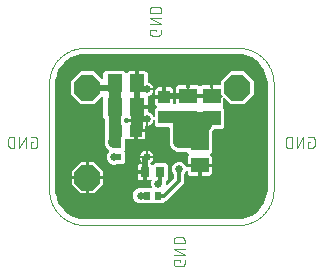
<source format=gbl>
G04 EAGLE Gerber RS-274X export*
G75*
%MOMM*%
%FSLAX35Y35*%
%LPD*%
%INcopper_bottom*%
%IPPOS*%
%AMOC8*
5,1,8,0,0,1.08239X$1,22.5*%
G01*
%ADD10C,0.010000*%
%ADD11C,0.076200*%
%ADD12R,1.000000X1.100000*%
%ADD13R,1.100000X1.000000*%
%ADD14R,1.300000X1.500000*%
%ADD15R,1.500000X1.300000*%
%ADD16R,0.700000X0.600000*%
%ADD17R,0.700000X0.900000*%
%ADD18R,0.600000X0.700000*%
%ADD19P,2.336880X8X22.500000*%
%ADD20C,0.650000*%
%ADD21C,0.300000*%
%ADD22C,0.500000*%
%ADD23C,1.000000*%
%ADD24C,0.400000*%

G36*
X2800219Y2950536D02*
X2800219Y2950536D01*
X2800598Y2950524D01*
X2838436Y2953502D01*
X2838487Y2953514D01*
X2838538Y2953510D01*
X2840193Y2953851D01*
X2912166Y2977237D01*
X2912480Y2977399D01*
X2912822Y2977484D01*
X2914289Y2978319D01*
X2975513Y3022800D01*
X2975762Y3023051D01*
X2976061Y3023238D01*
X2977199Y3024486D01*
X3021681Y3085710D01*
X3021839Y3086025D01*
X3022066Y3086295D01*
X3022763Y3087834D01*
X3046149Y3159807D01*
X3046157Y3159859D01*
X3046180Y3159905D01*
X3046498Y3161563D01*
X3049476Y3199402D01*
X3049458Y3199623D01*
X3049499Y3200000D01*
X3049499Y4100000D01*
X3049463Y4100218D01*
X3049476Y4100598D01*
X3046498Y4138436D01*
X3046486Y4138487D01*
X3046489Y4138538D01*
X3046149Y4140193D01*
X3022763Y4212166D01*
X3022601Y4212480D01*
X3022516Y4212822D01*
X3021681Y4214289D01*
X2977199Y4275513D01*
X2976948Y4275762D01*
X2976762Y4276061D01*
X2975513Y4277199D01*
X2914289Y4321681D01*
X2913974Y4321840D01*
X2913704Y4322066D01*
X2912166Y4322763D01*
X2840193Y4346149D01*
X2840141Y4346157D01*
X2840095Y4346180D01*
X2838436Y4346498D01*
X2800598Y4349476D01*
X2800377Y4349458D01*
X2800000Y4349499D01*
X1499999Y4349499D01*
X1499781Y4349463D01*
X1499402Y4349476D01*
X1461564Y4346498D01*
X1461513Y4346486D01*
X1461461Y4346489D01*
X1459807Y4346149D01*
X1387834Y4322763D01*
X1387520Y4322601D01*
X1387178Y4322516D01*
X1385710Y4321681D01*
X1324486Y4277199D01*
X1324238Y4276948D01*
X1323938Y4276762D01*
X1322800Y4275513D01*
X1278319Y4214289D01*
X1278160Y4213974D01*
X1277933Y4213704D01*
X1277237Y4212166D01*
X1253851Y4140193D01*
X1253843Y4140141D01*
X1253820Y4140095D01*
X1253502Y4138436D01*
X1250524Y4100598D01*
X1250542Y4100377D01*
X1250500Y4100000D01*
X1250500Y3199999D01*
X1250536Y3199781D01*
X1250524Y3199402D01*
X1253502Y3161564D01*
X1253514Y3161513D01*
X1253510Y3161461D01*
X1253851Y3159807D01*
X1277237Y3087834D01*
X1277399Y3087520D01*
X1277484Y3087178D01*
X1278319Y3085710D01*
X1322800Y3024486D01*
X1323051Y3024238D01*
X1323238Y3023938D01*
X1324486Y3022800D01*
X1385710Y2978319D01*
X1386026Y2978160D01*
X1386296Y2977933D01*
X1387834Y2977237D01*
X1459807Y2953851D01*
X1459859Y2953843D01*
X1459905Y2953820D01*
X1461564Y2953502D01*
X1499402Y2950524D01*
X1499623Y2950542D01*
X1500000Y2950500D01*
X2800000Y2950500D01*
X2800219Y2950536D01*
G37*
%LPC*%
G36*
X2474998Y3404998D02*
X2474998Y3404998D01*
X2474998Y3412619D01*
X2474966Y3412813D01*
X2474988Y3413008D01*
X2474768Y3414024D01*
X2474601Y3415048D01*
X2474509Y3415221D01*
X2474467Y3415413D01*
X2473935Y3416306D01*
X2473450Y3417223D01*
X2473308Y3417358D01*
X2473207Y3417527D01*
X2472420Y3418202D01*
X2471666Y3418918D01*
X2471488Y3419001D01*
X2471339Y3419129D01*
X2470375Y3419518D01*
X2469435Y3419956D01*
X2469240Y3419978D01*
X2469057Y3420051D01*
X2467379Y3420238D01*
X2374599Y3420238D01*
X2374599Y3473344D01*
X2376330Y3479803D01*
X2379675Y3485596D01*
X2384994Y3490916D01*
X2385793Y3491555D01*
X2385816Y3491590D01*
X2385848Y3491616D01*
X2386483Y3492625D01*
X2387126Y3493624D01*
X2387136Y3493664D01*
X2387158Y3493699D01*
X2387438Y3494858D01*
X2387729Y3496009D01*
X2387726Y3496051D01*
X2387736Y3496092D01*
X2387632Y3497273D01*
X2387541Y3498463D01*
X2387524Y3498501D01*
X2387521Y3498543D01*
X2387043Y3499636D01*
X2386580Y3500728D01*
X2386549Y3500767D01*
X2386535Y3500798D01*
X2386442Y3500901D01*
X2385525Y3502048D01*
X2369805Y3517768D01*
X2369067Y3518298D01*
X2368378Y3518890D01*
X2368073Y3519013D01*
X2367807Y3519204D01*
X2366938Y3519472D01*
X2366096Y3519812D01*
X2365683Y3519858D01*
X2365455Y3519928D01*
X2365129Y3519920D01*
X2364418Y3519999D01*
X2284087Y3519999D01*
X2254683Y3532179D01*
X2232179Y3554683D01*
X2219999Y3584087D01*
X2219999Y3722380D01*
X2219968Y3722574D01*
X2219989Y3722769D01*
X2219769Y3723785D01*
X2219602Y3724808D01*
X2219510Y3724982D01*
X2219468Y3725174D01*
X2218936Y3726067D01*
X2218451Y3726984D01*
X2218309Y3727119D01*
X2218208Y3727288D01*
X2217421Y3727963D01*
X2216668Y3728679D01*
X2216489Y3728762D01*
X2216340Y3728890D01*
X2215376Y3729279D01*
X2214436Y3729717D01*
X2214241Y3729738D01*
X2214058Y3729812D01*
X2212380Y3729999D01*
X2112573Y3729999D01*
X2094999Y3747573D01*
X2094999Y3779388D01*
X2094842Y3780348D01*
X2094751Y3781318D01*
X2094644Y3781558D01*
X2094602Y3781816D01*
X2094148Y3782676D01*
X2093751Y3783567D01*
X2093574Y3783760D01*
X2093451Y3783992D01*
X2092746Y3784662D01*
X2092087Y3785379D01*
X2091858Y3785506D01*
X2091668Y3785687D01*
X2090785Y3786097D01*
X2089932Y3786567D01*
X2089673Y3786614D01*
X2089436Y3786724D01*
X2088469Y3786832D01*
X2087511Y3787006D01*
X2087252Y3786968D01*
X2086991Y3786997D01*
X2086038Y3786791D01*
X2085076Y3786650D01*
X2084842Y3786532D01*
X2084586Y3786476D01*
X2083749Y3785978D01*
X2082881Y3785537D01*
X2082698Y3785350D01*
X2082472Y3785216D01*
X2081837Y3784475D01*
X2081156Y3783783D01*
X2080999Y3783498D01*
X2080870Y3783348D01*
X2080744Y3783035D01*
X2080341Y3782303D01*
X2076311Y3772574D01*
X2069974Y3763091D01*
X2061909Y3755025D01*
X2052426Y3748689D01*
X2041889Y3744325D01*
X2033749Y3742706D01*
X2033749Y3796185D01*
X2033596Y3797123D01*
X2033512Y3798073D01*
X2033398Y3798334D01*
X2033352Y3798613D01*
X2032907Y3799454D01*
X2032525Y3800327D01*
X2032334Y3800538D01*
X2032201Y3800789D01*
X2031510Y3801446D01*
X2030871Y3802149D01*
X2030624Y3802288D01*
X2030418Y3802484D01*
X2029553Y3802886D01*
X2028723Y3803350D01*
X2028443Y3803402D01*
X2028186Y3803522D01*
X2027242Y3803627D01*
X2026304Y3803803D01*
X2026022Y3803763D01*
X2025741Y3803794D01*
X2024811Y3803593D01*
X2023867Y3803461D01*
X2023541Y3803318D01*
X2023336Y3803273D01*
X2023049Y3803103D01*
X2022320Y3802783D01*
X2020059Y3801478D01*
X2019538Y3801052D01*
X2018962Y3800708D01*
X2018593Y3800278D01*
X2018155Y3799920D01*
X2017798Y3799351D01*
X2017360Y3798840D01*
X2017147Y3798314D01*
X2016847Y3797835D01*
X2016689Y3797182D01*
X2016437Y3796558D01*
X2016349Y3795767D01*
X2016271Y3795443D01*
X2016289Y3795233D01*
X2016250Y3794880D01*
X2016250Y3737797D01*
X2016120Y3737476D01*
X2015683Y3736536D01*
X2015661Y3736341D01*
X2015588Y3736158D01*
X2015400Y3734480D01*
X2015400Y3715238D01*
X1950238Y3715238D01*
X1950238Y3775400D01*
X1961574Y3775400D01*
X1962503Y3775552D01*
X1963440Y3775633D01*
X1963711Y3775750D01*
X1964003Y3775798D01*
X1964834Y3776238D01*
X1965698Y3776613D01*
X1965917Y3776810D01*
X1966178Y3776948D01*
X1966826Y3777631D01*
X1967525Y3778261D01*
X1967669Y3778518D01*
X1967873Y3778732D01*
X1968270Y3779587D01*
X1968731Y3780406D01*
X1968786Y3780696D01*
X1968911Y3780963D01*
X1969015Y3781898D01*
X1969191Y3782823D01*
X1969159Y3783193D01*
X1969183Y3783409D01*
X1969113Y3783733D01*
X1969047Y3784506D01*
X1967265Y3793466D01*
X1967025Y3794107D01*
X1966880Y3794774D01*
X1966596Y3795251D01*
X1966401Y3795771D01*
X1965970Y3796301D01*
X1965620Y3796888D01*
X1965199Y3797249D01*
X1964848Y3797680D01*
X1964271Y3798044D01*
X1963752Y3798490D01*
X1963237Y3798698D01*
X1962768Y3798994D01*
X1962104Y3799156D01*
X1961470Y3799412D01*
X1960701Y3799498D01*
X1960378Y3799577D01*
X1960238Y3799565D01*
X1960238Y3884761D01*
X2035400Y3884761D01*
X2035400Y3863219D01*
X2035511Y3862544D01*
X2035523Y3861859D01*
X2035708Y3861337D01*
X2035798Y3860790D01*
X2036118Y3860186D01*
X2036347Y3859541D01*
X2036689Y3859105D01*
X2036948Y3858615D01*
X2037444Y3858144D01*
X2037867Y3857606D01*
X2038330Y3857302D01*
X2038732Y3856920D01*
X2039353Y3856631D01*
X2039925Y3856256D01*
X2040662Y3856022D01*
X2040963Y3855882D01*
X2041180Y3855858D01*
X2041535Y3855745D01*
X2041890Y3855675D01*
X2052426Y3851311D01*
X2061909Y3844974D01*
X2069974Y3836909D01*
X2076311Y3827426D01*
X2080341Y3817696D01*
X2080854Y3816868D01*
X2081309Y3816008D01*
X2081499Y3815828D01*
X2081637Y3815605D01*
X2082386Y3814985D01*
X2083093Y3814313D01*
X2083331Y3814202D01*
X2083533Y3814035D01*
X2084442Y3813686D01*
X2085324Y3813275D01*
X2085583Y3813246D01*
X2085829Y3813152D01*
X2086803Y3813110D01*
X2087769Y3813003D01*
X2088026Y3813058D01*
X2088288Y3813047D01*
X2089223Y3813317D01*
X2090174Y3813523D01*
X2090400Y3813658D01*
X2090652Y3813731D01*
X2091452Y3814285D01*
X2092288Y3814784D01*
X2092458Y3814983D01*
X2092674Y3815132D01*
X2093255Y3815912D01*
X2093890Y3816652D01*
X2093988Y3816895D01*
X2094145Y3817105D01*
X2094448Y3818031D01*
X2094812Y3818933D01*
X2094848Y3819258D01*
X2094909Y3819444D01*
X2094907Y3819780D01*
X2094999Y3820612D01*
X2094999Y3882426D01*
X2110525Y3897952D01*
X2111008Y3898623D01*
X2111019Y3898635D01*
X2111024Y3898646D01*
X2111224Y3898924D01*
X2111924Y3899877D01*
X2111937Y3899916D01*
X2111961Y3899950D01*
X2112313Y3901091D01*
X2112674Y3902220D01*
X2112673Y3902261D01*
X2112686Y3902302D01*
X2112655Y3903513D01*
X2112638Y3904681D01*
X2112624Y3904719D01*
X2112623Y3904762D01*
X2112210Y3905894D01*
X2111819Y3907001D01*
X2111794Y3907034D01*
X2111779Y3907073D01*
X2111034Y3908006D01*
X2110304Y3908940D01*
X2110264Y3908969D01*
X2110243Y3908996D01*
X2110125Y3909072D01*
X2109678Y3909400D01*
X2104675Y3914403D01*
X2101330Y3920196D01*
X2099599Y3926656D01*
X2099599Y3969761D01*
X2167379Y3969761D01*
X2167573Y3969793D01*
X2167768Y3969771D01*
X2168783Y3969991D01*
X2169807Y3970158D01*
X2169981Y3970250D01*
X2170173Y3970292D01*
X2171065Y3970824D01*
X2171983Y3971309D01*
X2172118Y3971452D01*
X2172287Y3971552D01*
X2172962Y3972339D01*
X2173678Y3973093D01*
X2173760Y3973271D01*
X2173888Y3973420D01*
X2174278Y3974384D01*
X2174715Y3975324D01*
X2174737Y3975519D01*
X2174811Y3975702D01*
X2174998Y3977380D01*
X2174998Y3985002D01*
X2175002Y3985002D01*
X2175002Y3977380D01*
X2175033Y3977186D01*
X2175012Y3976991D01*
X2175232Y3975976D01*
X2175399Y3974952D01*
X2175491Y3974778D01*
X2175533Y3974586D01*
X2176065Y3973694D01*
X2176550Y3972777D01*
X2176692Y3972641D01*
X2176793Y3972473D01*
X2177580Y3971798D01*
X2178333Y3971082D01*
X2178512Y3970999D01*
X2178661Y3970871D01*
X2179625Y3970481D01*
X2180565Y3970044D01*
X2180760Y3970022D01*
X2180943Y3969948D01*
X2182621Y3969761D01*
X2250400Y3969761D01*
X2250400Y3932435D01*
X2250516Y3931728D01*
X2250534Y3931013D01*
X2250713Y3930523D01*
X2250798Y3930007D01*
X2251133Y3929374D01*
X2251378Y3928701D01*
X2251704Y3928293D01*
X2251948Y3927832D01*
X2252467Y3927339D01*
X2252914Y3926779D01*
X2253354Y3926496D01*
X2253732Y3926137D01*
X2254381Y3925835D01*
X2254983Y3925447D01*
X2255491Y3925319D01*
X2255963Y3925099D01*
X2256674Y3925019D01*
X2257369Y3924844D01*
X2257890Y3924884D01*
X2258409Y3924826D01*
X2259109Y3924978D01*
X2259823Y3925033D01*
X2260303Y3925236D01*
X2260814Y3925347D01*
X2261429Y3925714D01*
X2262088Y3925993D01*
X2262647Y3926440D01*
X2262928Y3926607D01*
X2263083Y3926788D01*
X2263408Y3927048D01*
X2272368Y3936008D01*
X2272842Y3936668D01*
X2272902Y3936732D01*
X2272922Y3936773D01*
X2273490Y3937436D01*
X2273613Y3937741D01*
X2273804Y3938007D01*
X2274072Y3938875D01*
X2274412Y3939718D01*
X2274458Y3940131D01*
X2274528Y3940358D01*
X2274520Y3940685D01*
X2274599Y3941396D01*
X2274599Y3979761D01*
X2310707Y3979761D01*
X2311635Y3979913D01*
X2312573Y3979993D01*
X2312844Y3980111D01*
X2313135Y3980158D01*
X2313965Y3980597D01*
X2314830Y3980973D01*
X2315050Y3981171D01*
X2315310Y3981309D01*
X2315958Y3981991D01*
X2316657Y3982622D01*
X2316802Y3982878D01*
X2317005Y3983093D01*
X2317403Y3983948D01*
X2317863Y3984767D01*
X2317918Y3985056D01*
X2318043Y3985324D01*
X2318148Y3986259D01*
X2318323Y3987184D01*
X2318292Y3987553D01*
X2318316Y3987770D01*
X2318245Y3988095D01*
X2318179Y3988867D01*
X2317705Y3991250D01*
X2367324Y3991250D01*
X2366970Y3990375D01*
X2366533Y3989435D01*
X2366511Y3989240D01*
X2366437Y3989057D01*
X2366250Y3987379D01*
X2366250Y3952620D01*
X2366282Y3952426D01*
X2366260Y3952230D01*
X2366480Y3951215D01*
X2366648Y3950191D01*
X2366739Y3950018D01*
X2366781Y3949825D01*
X2367313Y3948933D01*
X2367798Y3948016D01*
X2367941Y3947880D01*
X2368041Y3947712D01*
X2368828Y3947037D01*
X2369582Y3946321D01*
X2369760Y3946238D01*
X2369909Y3946110D01*
X2370873Y3945720D01*
X2371813Y3945283D01*
X2372008Y3945261D01*
X2372191Y3945188D01*
X2373869Y3945000D01*
X2376130Y3945000D01*
X2376324Y3945032D01*
X2376519Y3945010D01*
X2377535Y3945230D01*
X2378558Y3945398D01*
X2378732Y3945490D01*
X2378924Y3945531D01*
X2379817Y3946063D01*
X2380734Y3946548D01*
X2380869Y3946691D01*
X2381038Y3946792D01*
X2381713Y3947579D01*
X2382429Y3948332D01*
X2382512Y3948510D01*
X2382640Y3948660D01*
X2383029Y3949624D01*
X2383467Y3950563D01*
X2383488Y3950758D01*
X2383562Y3950941D01*
X2383749Y3952620D01*
X2383749Y3987379D01*
X2383718Y3987573D01*
X2383739Y3987768D01*
X2383519Y3988783D01*
X2383352Y3989807D01*
X2383260Y3989981D01*
X2383218Y3990173D01*
X2382686Y3991065D01*
X2382587Y3991254D01*
X2382621Y3991250D01*
X2432294Y3991250D01*
X2431820Y3988867D01*
X2431788Y3987927D01*
X2431684Y3986991D01*
X2431746Y3986702D01*
X2431736Y3986408D01*
X2432005Y3985507D01*
X2432205Y3984586D01*
X2432356Y3984333D01*
X2432440Y3984050D01*
X2432983Y3983281D01*
X2433465Y3982473D01*
X2433689Y3982280D01*
X2433859Y3982039D01*
X2434618Y3981483D01*
X2435333Y3980871D01*
X2435607Y3980760D01*
X2435845Y3980586D01*
X2436742Y3980301D01*
X2437615Y3979948D01*
X2437983Y3979907D01*
X2438191Y3979841D01*
X2438523Y3979847D01*
X2439293Y3979761D01*
X2510707Y3979761D01*
X2511635Y3979913D01*
X2512573Y3979993D01*
X2512844Y3980111D01*
X2513135Y3980158D01*
X2513965Y3980597D01*
X2514830Y3980973D01*
X2515050Y3981171D01*
X2515310Y3981309D01*
X2515958Y3981991D01*
X2516657Y3982622D01*
X2516802Y3982878D01*
X2517005Y3983093D01*
X2517403Y3983948D01*
X2517863Y3984767D01*
X2517918Y3985056D01*
X2518043Y3985324D01*
X2518148Y3986259D01*
X2518323Y3987184D01*
X2518292Y3987553D01*
X2518316Y3987770D01*
X2518245Y3988095D01*
X2518179Y3988867D01*
X2517705Y3991250D01*
X2567324Y3991250D01*
X2566970Y3990375D01*
X2566533Y3989435D01*
X2566511Y3989240D01*
X2566437Y3989057D01*
X2566250Y3987379D01*
X2566250Y3952620D01*
X2566282Y3952426D01*
X2566260Y3952230D01*
X2566480Y3951215D01*
X2566648Y3950191D01*
X2566739Y3950018D01*
X2566781Y3949825D01*
X2567313Y3948933D01*
X2567798Y3948016D01*
X2567941Y3947880D01*
X2568041Y3947712D01*
X2568828Y3947037D01*
X2569582Y3946321D01*
X2569760Y3946238D01*
X2569909Y3946110D01*
X2570873Y3945720D01*
X2571813Y3945283D01*
X2572008Y3945261D01*
X2572191Y3945188D01*
X2573869Y3945000D01*
X2576130Y3945000D01*
X2576324Y3945032D01*
X2576519Y3945010D01*
X2577535Y3945230D01*
X2578558Y3945398D01*
X2578732Y3945490D01*
X2578924Y3945531D01*
X2579817Y3946063D01*
X2580734Y3946548D01*
X2580869Y3946691D01*
X2581038Y3946792D01*
X2581713Y3947579D01*
X2582429Y3948332D01*
X2582512Y3948510D01*
X2582640Y3948660D01*
X2583029Y3949624D01*
X2583467Y3950563D01*
X2583488Y3950758D01*
X2583562Y3950941D01*
X2583749Y3952620D01*
X2583749Y3987379D01*
X2583718Y3987573D01*
X2583739Y3987768D01*
X2583519Y3988783D01*
X2583352Y3989807D01*
X2583260Y3989981D01*
X2583218Y3990173D01*
X2582686Y3991065D01*
X2582587Y3991254D01*
X2582621Y3991250D01*
X2632294Y3991250D01*
X2631820Y3988867D01*
X2631788Y3987927D01*
X2631684Y3986991D01*
X2631746Y3986702D01*
X2631736Y3986408D01*
X2632005Y3985507D01*
X2632205Y3984586D01*
X2632356Y3984333D01*
X2632440Y3984050D01*
X2632983Y3983281D01*
X2633465Y3982473D01*
X2633689Y3982280D01*
X2633859Y3982039D01*
X2634618Y3981483D01*
X2635333Y3980871D01*
X2635607Y3980760D01*
X2635845Y3980586D01*
X2636742Y3980301D01*
X2637615Y3979948D01*
X2637983Y3979907D01*
X2638191Y3979841D01*
X2638523Y3979847D01*
X2639293Y3979761D01*
X2664753Y3979761D01*
X2665460Y3979877D01*
X2666175Y3979895D01*
X2666666Y3980074D01*
X2667181Y3980158D01*
X2667813Y3980493D01*
X2668487Y3980738D01*
X2668896Y3981065D01*
X2669357Y3981309D01*
X2669849Y3981828D01*
X2670409Y3982275D01*
X2670691Y3982713D01*
X2671052Y3983093D01*
X2671354Y3983743D01*
X2671741Y3984344D01*
X2671869Y3984850D01*
X2672089Y3985324D01*
X2672169Y3986035D01*
X2672344Y3986730D01*
X2672304Y3987251D01*
X2672362Y3987770D01*
X2672211Y3988468D01*
X2672156Y3989183D01*
X2671952Y3989665D01*
X2671841Y3990175D01*
X2671475Y3990789D01*
X2671195Y3991449D01*
X2670748Y3992008D01*
X2670581Y3992288D01*
X2670401Y3992443D01*
X2670141Y3992768D01*
X2654902Y4008007D01*
X2654163Y4008537D01*
X2653474Y4009129D01*
X2653169Y4009252D01*
X2652903Y4009443D01*
X2652034Y4009711D01*
X2651192Y4010051D01*
X2650780Y4010097D01*
X2650552Y4010168D01*
X2650225Y4010159D01*
X2649514Y4010238D01*
X2640520Y4010238D01*
X2640326Y4010207D01*
X2640130Y4010228D01*
X2639115Y4010008D01*
X2638091Y4009841D01*
X2637918Y4009749D01*
X2637725Y4009708D01*
X2636833Y4009175D01*
X2636028Y4008749D01*
X2583749Y4008749D01*
X2583749Y4057778D01*
X2584493Y4058000D01*
X2585413Y4058199D01*
X2585666Y4058350D01*
X2585948Y4058434D01*
X2586718Y4058977D01*
X2587527Y4059459D01*
X2587718Y4059683D01*
X2587959Y4059853D01*
X2588514Y4060611D01*
X2589129Y4061328D01*
X2589239Y4061601D01*
X2589413Y4061838D01*
X2589698Y4062735D01*
X2590051Y4063609D01*
X2590092Y4063975D01*
X2590158Y4064183D01*
X2590153Y4064517D01*
X2590238Y4065288D01*
X2590238Y4085400D01*
X2648430Y4085400D01*
X2648624Y4085432D01*
X2648819Y4085410D01*
X2649835Y4085630D01*
X2650858Y4085798D01*
X2651032Y4085890D01*
X2651224Y4085931D01*
X2652117Y4086463D01*
X2653034Y4086948D01*
X2653169Y4087091D01*
X2653338Y4087192D01*
X2654013Y4087979D01*
X2654729Y4088732D01*
X2654812Y4088910D01*
X2654940Y4089060D01*
X2655329Y4090024D01*
X2655767Y4090963D01*
X2655788Y4091158D01*
X2655862Y4091341D01*
X2656049Y4093020D01*
X2656049Y4121141D01*
X2736859Y4201950D01*
X2851141Y4201950D01*
X2931950Y4121141D01*
X2931950Y4006859D01*
X2851141Y3926049D01*
X2736859Y3926049D01*
X2688408Y3974501D01*
X2687826Y3974919D01*
X2687307Y3975412D01*
X2686834Y3975632D01*
X2686409Y3975938D01*
X2685724Y3976149D01*
X2685076Y3976450D01*
X2684558Y3976508D01*
X2684058Y3976662D01*
X2683341Y3976643D01*
X2682630Y3976723D01*
X2682121Y3976613D01*
X2681598Y3976599D01*
X2680924Y3976353D01*
X2680225Y3976202D01*
X2679777Y3975935D01*
X2679286Y3975755D01*
X2678726Y3975308D01*
X2678112Y3974942D01*
X2677772Y3974545D01*
X2677364Y3974219D01*
X2676977Y3973618D01*
X2676510Y3973073D01*
X2676314Y3972588D01*
X2676032Y3972150D01*
X2675856Y3971457D01*
X2675588Y3970792D01*
X2675508Y3970081D01*
X2675428Y3969764D01*
X2675446Y3969527D01*
X2675400Y3969113D01*
X2675400Y3926656D01*
X2673669Y3920195D01*
X2671021Y3915609D01*
X2670618Y3914543D01*
X2670188Y3913478D01*
X2670176Y3913373D01*
X2670151Y3913307D01*
X2670142Y3913072D01*
X2670000Y3911799D01*
X2670000Y3895583D01*
X2670147Y3894687D01*
X2670217Y3893780D01*
X2670345Y3893477D01*
X2670398Y3893154D01*
X2670822Y3892352D01*
X2671178Y3891514D01*
X2671437Y3891189D01*
X2671548Y3890979D01*
X2671785Y3890754D01*
X2672070Y3890398D01*
X2672071Y3890395D01*
X2672073Y3890393D01*
X2672232Y3890195D01*
X2680000Y3882426D01*
X2680000Y3727573D01*
X2662426Y3709999D01*
X2600114Y3709999D01*
X2598967Y3709812D01*
X2597809Y3709643D01*
X2597749Y3709613D01*
X2597685Y3709602D01*
X2596664Y3709062D01*
X2595614Y3708529D01*
X2595568Y3708482D01*
X2595510Y3708451D01*
X2594703Y3707602D01*
X2593889Y3706774D01*
X2593852Y3706706D01*
X2593815Y3706668D01*
X2593732Y3706489D01*
X2593074Y3705295D01*
X2592821Y3704683D01*
X2582232Y3694095D01*
X2581703Y3693358D01*
X2581110Y3692667D01*
X2580987Y3692362D01*
X2580796Y3692097D01*
X2580528Y3691229D01*
X2580188Y3690385D01*
X2580142Y3689973D01*
X2580071Y3689745D01*
X2580080Y3689418D01*
X2580000Y3688707D01*
X2580000Y3517573D01*
X2564474Y3502048D01*
X2563776Y3501075D01*
X2563075Y3500123D01*
X2563063Y3500083D01*
X2563038Y3500050D01*
X2562687Y3498908D01*
X2562326Y3497779D01*
X2562326Y3497738D01*
X2562314Y3497698D01*
X2562345Y3496487D01*
X2562362Y3495319D01*
X2562376Y3495281D01*
X2562377Y3495238D01*
X2562790Y3494105D01*
X2563180Y3492998D01*
X2563206Y3492966D01*
X2563220Y3492926D01*
X2563966Y3491994D01*
X2564696Y3491060D01*
X2564736Y3491030D01*
X2564757Y3491004D01*
X2564875Y3490928D01*
X2565322Y3490599D01*
X2570325Y3485596D01*
X2573669Y3479803D01*
X2575400Y3473344D01*
X2575400Y3420238D01*
X2482621Y3420238D01*
X2482427Y3420207D01*
X2482232Y3420228D01*
X2481216Y3420008D01*
X2480193Y3419841D01*
X2480019Y3419749D01*
X2479827Y3419708D01*
X2478934Y3419175D01*
X2478017Y3418690D01*
X2477882Y3418548D01*
X2477713Y3418447D01*
X2477038Y3417660D01*
X2476322Y3416907D01*
X2476239Y3416728D01*
X2476111Y3416579D01*
X2475722Y3415615D01*
X2475284Y3414675D01*
X2475263Y3414480D01*
X2475189Y3414298D01*
X2475002Y3412619D01*
X2475002Y3404998D01*
X2474998Y3404998D01*
G37*
%LPD*%
%LPC*%
G36*
X1737567Y3412499D02*
X1737567Y3412499D01*
X1732932Y3414419D01*
X1732299Y3414568D01*
X1731695Y3414812D01*
X1730863Y3414905D01*
X1730536Y3414982D01*
X1730341Y3414963D01*
X1730016Y3414999D01*
X1727573Y3414999D01*
X1725846Y3416727D01*
X1725318Y3417106D01*
X1724853Y3417563D01*
X1724120Y3417967D01*
X1723848Y3418163D01*
X1723660Y3418221D01*
X1723374Y3418378D01*
X1714597Y3422014D01*
X1697014Y3439596D01*
X1687499Y3462568D01*
X1687499Y3487432D01*
X1697014Y3510404D01*
X1706595Y3519984D01*
X1706862Y3520355D01*
X1707199Y3520665D01*
X1707576Y3521349D01*
X1708031Y3521982D01*
X1708166Y3522419D01*
X1708387Y3522820D01*
X1708526Y3523588D01*
X1708756Y3524334D01*
X1708744Y3524792D01*
X1708825Y3525242D01*
X1708713Y3526012D01*
X1708693Y3526794D01*
X1708536Y3527224D01*
X1708470Y3527677D01*
X1708117Y3528373D01*
X1707849Y3529105D01*
X1707563Y3529463D01*
X1707356Y3529871D01*
X1706800Y3530418D01*
X1706313Y3531028D01*
X1705928Y3531275D01*
X1705601Y3531596D01*
X1704854Y3532008D01*
X1682179Y3554683D01*
X1669999Y3584087D01*
X1669999Y3615913D01*
X1674419Y3626584D01*
X1674568Y3627218D01*
X1674812Y3627821D01*
X1674905Y3628653D01*
X1674982Y3628980D01*
X1674963Y3629175D01*
X1674999Y3629500D01*
X1674999Y3794418D01*
X1674853Y3795313D01*
X1674783Y3796221D01*
X1674655Y3796523D01*
X1674602Y3796846D01*
X1674178Y3797648D01*
X1673822Y3798486D01*
X1673563Y3798811D01*
X1673451Y3799021D01*
X1673214Y3799247D01*
X1672768Y3799805D01*
X1659999Y3812573D01*
X1659999Y3986513D01*
X1659884Y3987220D01*
X1659865Y3987936D01*
X1659686Y3988426D01*
X1659602Y3988942D01*
X1659268Y3989574D01*
X1659022Y3990247D01*
X1658695Y3990656D01*
X1658451Y3991117D01*
X1657932Y3991611D01*
X1657485Y3992169D01*
X1657047Y3992452D01*
X1656668Y3992812D01*
X1656017Y3993115D01*
X1655416Y3993502D01*
X1654910Y3993630D01*
X1654436Y3993850D01*
X1653725Y3993929D01*
X1653031Y3994105D01*
X1652509Y3994065D01*
X1651991Y3994123D01*
X1651292Y3993972D01*
X1650577Y3993917D01*
X1650096Y3993713D01*
X1649586Y3993602D01*
X1648971Y3993235D01*
X1648312Y3992956D01*
X1647752Y3992508D01*
X1647472Y3992342D01*
X1647318Y3992161D01*
X1646992Y3991901D01*
X1581141Y3926049D01*
X1466859Y3926049D01*
X1386049Y4006859D01*
X1386049Y4121141D01*
X1466859Y4201950D01*
X1581141Y4201950D01*
X1646992Y4136098D01*
X1647574Y4135680D01*
X1648093Y4135188D01*
X1648566Y4134968D01*
X1648990Y4134662D01*
X1649676Y4134451D01*
X1650324Y4134150D01*
X1650842Y4134092D01*
X1651342Y4133938D01*
X1652058Y4133956D01*
X1652769Y4133877D01*
X1653280Y4133988D01*
X1653802Y4134001D01*
X1654474Y4134246D01*
X1655174Y4134398D01*
X1655623Y4134665D01*
X1656114Y4134844D01*
X1656673Y4135292D01*
X1657288Y4135658D01*
X1657628Y4136055D01*
X1658036Y4136381D01*
X1658423Y4136982D01*
X1658890Y4137526D01*
X1659086Y4138012D01*
X1659368Y4138450D01*
X1659543Y4139143D01*
X1659812Y4139808D01*
X1659892Y4140519D01*
X1659972Y4140836D01*
X1659953Y4141073D01*
X1659999Y4141486D01*
X1659999Y4187426D01*
X1677573Y4205000D01*
X1832426Y4205000D01*
X1847952Y4189475D01*
X1848930Y4188772D01*
X1849874Y4188077D01*
X1849915Y4188064D01*
X1849950Y4188038D01*
X1851104Y4187683D01*
X1852218Y4187326D01*
X1852260Y4187327D01*
X1852302Y4187314D01*
X1853486Y4187344D01*
X1854678Y4187362D01*
X1854720Y4187376D01*
X1854762Y4187377D01*
X1855867Y4187780D01*
X1856999Y4188179D01*
X1857033Y4188206D01*
X1857073Y4188221D01*
X1857999Y4188961D01*
X1858938Y4189694D01*
X1858969Y4189736D01*
X1858996Y4189757D01*
X1859073Y4189877D01*
X1859400Y4190321D01*
X1864403Y4195325D01*
X1870196Y4198669D01*
X1876656Y4200400D01*
X1929761Y4200400D01*
X1929761Y4107621D01*
X1929793Y4107427D01*
X1929771Y4107232D01*
X1929991Y4106216D01*
X1930158Y4105193D01*
X1930250Y4105019D01*
X1930292Y4104827D01*
X1930824Y4103934D01*
X1931309Y4103017D01*
X1931452Y4102882D01*
X1931552Y4102713D01*
X1932339Y4102038D01*
X1933093Y4101322D01*
X1933271Y4101239D01*
X1933420Y4101111D01*
X1934384Y4100722D01*
X1935324Y4100284D01*
X1935519Y4100263D01*
X1935702Y4100189D01*
X1937380Y4100002D01*
X1952619Y4100002D01*
X1952813Y4100033D01*
X1953008Y4100012D01*
X1954024Y4100232D01*
X1955048Y4100399D01*
X1955221Y4100491D01*
X1955413Y4100533D01*
X1956306Y4101065D01*
X1957223Y4101550D01*
X1957358Y4101692D01*
X1957527Y4101793D01*
X1958202Y4102580D01*
X1958918Y4103333D01*
X1959001Y4103512D01*
X1959129Y4103661D01*
X1959518Y4104625D01*
X1959956Y4105565D01*
X1959978Y4105760D01*
X1960051Y4105943D01*
X1960238Y4107621D01*
X1960238Y4200400D01*
X2013344Y4200400D01*
X2019803Y4198669D01*
X2025596Y4195325D01*
X2030325Y4190596D01*
X2033669Y4184803D01*
X2035400Y4178344D01*
X2035400Y4113219D01*
X2035511Y4112544D01*
X2035523Y4111859D01*
X2035708Y4111337D01*
X2035798Y4110790D01*
X2036118Y4110186D01*
X2036347Y4109541D01*
X2036689Y4109105D01*
X2036948Y4108615D01*
X2037444Y4108144D01*
X2037867Y4107606D01*
X2038330Y4107302D01*
X2038732Y4106920D01*
X2039353Y4106631D01*
X2039925Y4106256D01*
X2040662Y4106022D01*
X2040963Y4105882D01*
X2041180Y4105858D01*
X2041535Y4105745D01*
X2041890Y4105675D01*
X2052426Y4101311D01*
X2061909Y4094974D01*
X2069974Y4086909D01*
X2076311Y4077426D01*
X2080675Y4066889D01*
X2082294Y4058749D01*
X2043020Y4058749D01*
X2042826Y4058718D01*
X2042630Y4058739D01*
X2041615Y4058519D01*
X2040591Y4058352D01*
X2040418Y4058260D01*
X2040225Y4058218D01*
X2039333Y4057686D01*
X2038416Y4057201D01*
X2038280Y4057059D01*
X2038112Y4056958D01*
X2037437Y4056171D01*
X2036721Y4055418D01*
X2036638Y4055239D01*
X2036510Y4055090D01*
X2036120Y4054126D01*
X2035683Y4053186D01*
X2035661Y4052991D01*
X2035588Y4052808D01*
X2035400Y4051130D01*
X2035400Y4048869D01*
X2035432Y4048675D01*
X2035410Y4048480D01*
X2035630Y4047465D01*
X2035798Y4046441D01*
X2035890Y4046268D01*
X2035931Y4046075D01*
X2036463Y4045183D01*
X2036948Y4044266D01*
X2037091Y4044130D01*
X2037192Y4043962D01*
X2037979Y4043287D01*
X2038732Y4042571D01*
X2038910Y4042488D01*
X2039060Y4042360D01*
X2040024Y4041970D01*
X2040963Y4041533D01*
X2041158Y4041511D01*
X2041341Y4041437D01*
X2043020Y4041250D01*
X2082294Y4041250D01*
X2080675Y4033110D01*
X2076311Y4022573D01*
X2069974Y4013091D01*
X2061909Y4005025D01*
X2052426Y3998689D01*
X2041889Y3994324D01*
X2039643Y3993878D01*
X2039224Y3993721D01*
X2038783Y3993654D01*
X2038078Y3993292D01*
X2037338Y3993014D01*
X2036992Y3992733D01*
X2036594Y3992528D01*
X2036043Y3991961D01*
X2035429Y3991462D01*
X2035191Y3991084D01*
X2034879Y3990764D01*
X2034536Y3990049D01*
X2034115Y3989381D01*
X2034009Y3988948D01*
X2033816Y3988545D01*
X2033719Y3987758D01*
X2033532Y3986991D01*
X2033570Y3986546D01*
X2033515Y3986102D01*
X2033726Y3984714D01*
X2033741Y3984539D01*
X2033759Y3984498D01*
X2033769Y3984433D01*
X2035400Y3978344D01*
X2035400Y3915238D01*
X1960238Y3915238D01*
X1960238Y4092379D01*
X1960207Y4092573D01*
X1960228Y4092768D01*
X1960008Y4093783D01*
X1959841Y4094807D01*
X1959749Y4094981D01*
X1959708Y4095173D01*
X1959175Y4096065D01*
X1958690Y4096983D01*
X1958548Y4097118D01*
X1958447Y4097287D01*
X1957660Y4097962D01*
X1956907Y4098678D01*
X1956728Y4098760D01*
X1956579Y4098888D01*
X1955616Y4099278D01*
X1954675Y4099715D01*
X1954480Y4099737D01*
X1954298Y4099811D01*
X1952619Y4099998D01*
X1937380Y4099998D01*
X1937186Y4099966D01*
X1936991Y4099988D01*
X1935976Y4099768D01*
X1934952Y4099601D01*
X1934778Y4099509D01*
X1934586Y4099467D01*
X1933694Y4098935D01*
X1932777Y4098450D01*
X1932641Y4098308D01*
X1932473Y4098207D01*
X1931798Y4097420D01*
X1931082Y4096666D01*
X1930999Y4096488D01*
X1930871Y4096339D01*
X1930481Y4095375D01*
X1930044Y4094435D01*
X1930022Y4094240D01*
X1929948Y4094057D01*
X1929761Y4092379D01*
X1929761Y3907621D01*
X1929793Y3907427D01*
X1929771Y3907232D01*
X1929991Y3906216D01*
X1930158Y3905193D01*
X1930250Y3905019D01*
X1930292Y3904827D01*
X1930824Y3903934D01*
X1931309Y3903017D01*
X1931452Y3902882D01*
X1931552Y3902713D01*
X1932339Y3902038D01*
X1933093Y3901322D01*
X1933271Y3901239D01*
X1933420Y3901111D01*
X1934384Y3900722D01*
X1935324Y3900284D01*
X1935519Y3900263D01*
X1935702Y3900189D01*
X1937380Y3900002D01*
X1945002Y3900002D01*
X1945002Y3899998D01*
X1937380Y3899998D01*
X1937186Y3899966D01*
X1936991Y3899988D01*
X1935976Y3899768D01*
X1934952Y3899601D01*
X1934778Y3899509D01*
X1934586Y3899467D01*
X1933694Y3898935D01*
X1932777Y3898450D01*
X1932641Y3898308D01*
X1932473Y3898207D01*
X1931798Y3897420D01*
X1931082Y3896666D01*
X1930999Y3896488D01*
X1930871Y3896339D01*
X1930481Y3895375D01*
X1930044Y3894435D01*
X1930022Y3894240D01*
X1929948Y3894057D01*
X1929761Y3892379D01*
X1929761Y3799599D01*
X1876656Y3799599D01*
X1870196Y3801330D01*
X1864403Y3804675D01*
X1859084Y3809994D01*
X1858445Y3810793D01*
X1858410Y3810816D01*
X1858383Y3810848D01*
X1857369Y3811486D01*
X1856376Y3812126D01*
X1856336Y3812136D01*
X1856300Y3812158D01*
X1855141Y3812438D01*
X1853990Y3812729D01*
X1853948Y3812726D01*
X1853908Y3812736D01*
X1852726Y3812632D01*
X1851537Y3812541D01*
X1851498Y3812524D01*
X1851457Y3812521D01*
X1850364Y3812043D01*
X1849271Y3811580D01*
X1849233Y3811549D01*
X1849202Y3811535D01*
X1849098Y3811442D01*
X1847952Y3810525D01*
X1837232Y3799805D01*
X1836702Y3799067D01*
X1836110Y3798378D01*
X1835987Y3798073D01*
X1835796Y3797807D01*
X1835528Y3796938D01*
X1835188Y3796096D01*
X1835142Y3795683D01*
X1835071Y3795455D01*
X1835080Y3795129D01*
X1835000Y3794418D01*
X1835000Y3780582D01*
X1835147Y3779687D01*
X1835217Y3778779D01*
X1835345Y3778477D01*
X1835398Y3778154D01*
X1835822Y3777351D01*
X1836178Y3776514D01*
X1836437Y3776189D01*
X1836548Y3775978D01*
X1836785Y3775754D01*
X1837232Y3775194D01*
X1847952Y3764474D01*
X1848927Y3763774D01*
X1849877Y3763075D01*
X1849916Y3763063D01*
X1849950Y3763038D01*
X1851103Y3762683D01*
X1852220Y3762326D01*
X1852261Y3762326D01*
X1852302Y3762314D01*
X1853499Y3762344D01*
X1854681Y3762362D01*
X1854720Y3762376D01*
X1854762Y3762377D01*
X1855881Y3762785D01*
X1857001Y3763180D01*
X1857034Y3763206D01*
X1857073Y3763220D01*
X1858006Y3763966D01*
X1858940Y3764696D01*
X1858969Y3764736D01*
X1858996Y3764757D01*
X1859072Y3764875D01*
X1859400Y3765322D01*
X1864403Y3770325D01*
X1870196Y3773669D01*
X1876656Y3775400D01*
X1919761Y3775400D01*
X1919761Y3707621D01*
X1919793Y3707427D01*
X1919771Y3707232D01*
X1919991Y3706216D01*
X1920158Y3705193D01*
X1920250Y3705019D01*
X1920292Y3704827D01*
X1920824Y3703934D01*
X1921309Y3703017D01*
X1921452Y3702882D01*
X1921552Y3702713D01*
X1922339Y3702038D01*
X1923093Y3701322D01*
X1923271Y3701239D01*
X1923420Y3701111D01*
X1924384Y3700722D01*
X1925324Y3700284D01*
X1925519Y3700263D01*
X1925702Y3700189D01*
X1927380Y3700002D01*
X1935002Y3700002D01*
X1935002Y3699998D01*
X1927380Y3699998D01*
X1927186Y3699966D01*
X1926991Y3699988D01*
X1925976Y3699768D01*
X1924952Y3699601D01*
X1924778Y3699509D01*
X1924586Y3699467D01*
X1923694Y3698935D01*
X1922777Y3698450D01*
X1922641Y3698308D01*
X1922473Y3698207D01*
X1921798Y3697420D01*
X1921082Y3696666D01*
X1920999Y3696488D01*
X1920871Y3696339D01*
X1920481Y3695375D01*
X1920044Y3694435D01*
X1920022Y3694240D01*
X1919948Y3694057D01*
X1919761Y3692379D01*
X1919761Y3624599D01*
X1876656Y3624599D01*
X1870196Y3626330D01*
X1864403Y3629675D01*
X1859084Y3634994D01*
X1858445Y3635793D01*
X1858410Y3635816D01*
X1858383Y3635848D01*
X1857369Y3636486D01*
X1856376Y3637126D01*
X1856336Y3637136D01*
X1856300Y3637158D01*
X1855141Y3637438D01*
X1853990Y3637729D01*
X1853948Y3637726D01*
X1853908Y3637736D01*
X1852726Y3637632D01*
X1851537Y3637541D01*
X1851498Y3637524D01*
X1851457Y3637521D01*
X1850364Y3637043D01*
X1849271Y3636580D01*
X1849233Y3636549D01*
X1849202Y3636535D01*
X1849098Y3636442D01*
X1847952Y3635525D01*
X1840314Y3627888D01*
X1840199Y3627728D01*
X1840046Y3627605D01*
X1839486Y3626735D01*
X1838878Y3625889D01*
X1838820Y3625701D01*
X1838714Y3625536D01*
X1838460Y3624533D01*
X1838154Y3623538D01*
X1838159Y3623341D01*
X1838111Y3623151D01*
X1838190Y3622113D01*
X1838217Y3621078D01*
X1838284Y3620894D01*
X1838299Y3620697D01*
X1838705Y3619741D01*
X1839060Y3618766D01*
X1839183Y3618613D01*
X1839260Y3618432D01*
X1840000Y3617505D01*
X1840000Y3532573D01*
X1837814Y3530388D01*
X1837699Y3530227D01*
X1837546Y3530105D01*
X1836985Y3529233D01*
X1836378Y3528389D01*
X1836320Y3528201D01*
X1836214Y3528036D01*
X1835960Y3527031D01*
X1835654Y3526038D01*
X1835659Y3525841D01*
X1835611Y3525650D01*
X1835690Y3524615D01*
X1835717Y3523578D01*
X1835784Y3523393D01*
X1835799Y3523197D01*
X1836205Y3522241D01*
X1836560Y3521266D01*
X1836683Y3521113D01*
X1836760Y3520931D01*
X1837815Y3519612D01*
X1840000Y3517426D01*
X1840000Y3432573D01*
X1822426Y3414999D01*
X1769983Y3414999D01*
X1769341Y3414894D01*
X1768690Y3414889D01*
X1767886Y3414656D01*
X1767555Y3414602D01*
X1767382Y3414510D01*
X1767068Y3414419D01*
X1762433Y3412499D01*
X1737567Y3412499D01*
G37*
%LPD*%
%LPC*%
G36*
X1982573Y3084999D02*
X1982573Y3084999D01*
X1982305Y3085268D01*
X1981567Y3085798D01*
X1980877Y3086390D01*
X1980573Y3086513D01*
X1980307Y3086704D01*
X1979438Y3086972D01*
X1978596Y3087312D01*
X1978183Y3087358D01*
X1977955Y3087428D01*
X1977628Y3087420D01*
X1976917Y3087499D01*
X1962568Y3087499D01*
X1939596Y3097014D01*
X1922014Y3114596D01*
X1912499Y3137568D01*
X1912499Y3162432D01*
X1922014Y3185403D01*
X1939596Y3202985D01*
X1962568Y3212500D01*
X1976917Y3212500D01*
X1977813Y3212647D01*
X1978720Y3212717D01*
X1979023Y3212845D01*
X1979346Y3212898D01*
X1980148Y3213322D01*
X1980986Y3213678D01*
X1981311Y3213937D01*
X1981521Y3214048D01*
X1981746Y3214285D01*
X1982305Y3214732D01*
X1982573Y3215000D01*
X2060444Y3215000D01*
X2060895Y3215074D01*
X2061352Y3215055D01*
X2062103Y3215272D01*
X2062873Y3215398D01*
X2063276Y3215611D01*
X2063716Y3215738D01*
X2064358Y3216184D01*
X2065048Y3216548D01*
X2065363Y3216880D01*
X2065738Y3217140D01*
X2066204Y3217765D01*
X2066743Y3218332D01*
X2066936Y3218747D01*
X2067209Y3219113D01*
X2067451Y3219856D01*
X2067781Y3220563D01*
X2067831Y3221018D01*
X2067973Y3221453D01*
X2067967Y3222233D01*
X2068053Y3223009D01*
X2067957Y3223456D01*
X2067953Y3223913D01*
X2067574Y3225223D01*
X2067533Y3225414D01*
X2067506Y3225459D01*
X2067483Y3225536D01*
X2062499Y3237568D01*
X2062499Y3262432D01*
X2066617Y3272373D01*
X2066893Y3273551D01*
X2067176Y3274725D01*
X2067174Y3274747D01*
X2067179Y3274768D01*
X2067067Y3275965D01*
X2066959Y3277177D01*
X2066950Y3277197D01*
X2066948Y3277218D01*
X2066459Y3278319D01*
X2065973Y3279431D01*
X2065958Y3279447D01*
X2065949Y3279467D01*
X2065113Y3280378D01*
X2064319Y3281253D01*
X2064300Y3281263D01*
X2064285Y3281280D01*
X2063227Y3281863D01*
X2062170Y3282453D01*
X2062148Y3282457D01*
X2062130Y3282468D01*
X2060977Y3282677D01*
X2059752Y3282906D01*
X2059729Y3282903D01*
X2059708Y3282907D01*
X2058522Y3282733D01*
X2057315Y3282564D01*
X2057291Y3282554D01*
X2057273Y3282551D01*
X2057198Y3282513D01*
X2055768Y3281887D01*
X2054803Y3281330D01*
X2048344Y3279599D01*
X2025238Y3279599D01*
X2025238Y3342379D01*
X2025207Y3342573D01*
X2025228Y3342768D01*
X2025008Y3343783D01*
X2024841Y3344807D01*
X2024749Y3344981D01*
X2024708Y3345173D01*
X2024175Y3346065D01*
X2023690Y3346983D01*
X2023548Y3347118D01*
X2023447Y3347287D01*
X2022660Y3347962D01*
X2021907Y3348678D01*
X2021728Y3348760D01*
X2021579Y3348888D01*
X2020615Y3349278D01*
X2019675Y3349715D01*
X2019480Y3349737D01*
X2019298Y3349811D01*
X2017619Y3349998D01*
X2009998Y3349998D01*
X2009998Y3357619D01*
X2009966Y3357813D01*
X2009988Y3358008D01*
X2009768Y3359024D01*
X2009601Y3360048D01*
X2009509Y3360221D01*
X2009467Y3360413D01*
X2008935Y3361306D01*
X2008450Y3362223D01*
X2008308Y3362358D01*
X2008207Y3362527D01*
X2007420Y3363202D01*
X2006666Y3363918D01*
X2006488Y3364001D01*
X2006339Y3364129D01*
X2005375Y3364518D01*
X2004435Y3364956D01*
X2004240Y3364978D01*
X2004057Y3365051D01*
X2002379Y3365238D01*
X1949599Y3365238D01*
X1949599Y3398344D01*
X1951330Y3404803D01*
X1954675Y3410596D01*
X1959403Y3415325D01*
X1965196Y3418669D01*
X1971656Y3420400D01*
X1979321Y3420400D01*
X1980028Y3420516D01*
X1980744Y3420534D01*
X1981234Y3420713D01*
X1981750Y3420798D01*
X1982383Y3421133D01*
X1983055Y3421378D01*
X1983463Y3421704D01*
X1983925Y3421948D01*
X1984419Y3422468D01*
X1984978Y3422915D01*
X1985260Y3423353D01*
X1985620Y3423732D01*
X1985922Y3424381D01*
X1986310Y3424983D01*
X1986438Y3425491D01*
X1986658Y3425963D01*
X1986737Y3426674D01*
X1986913Y3427369D01*
X1986873Y3427890D01*
X1986931Y3428409D01*
X1986779Y3429109D01*
X1986724Y3429823D01*
X1986520Y3430303D01*
X1986410Y3430814D01*
X1986043Y3431429D01*
X1985763Y3432088D01*
X1985316Y3432648D01*
X1985149Y3432928D01*
X1984969Y3433083D01*
X1984709Y3433408D01*
X1980026Y3438090D01*
X1973689Y3447573D01*
X1969325Y3458110D01*
X1967706Y3466250D01*
X2023868Y3466250D01*
X2024062Y3466282D01*
X2024257Y3466260D01*
X2024864Y3466392D01*
X2026132Y3466250D01*
X2082294Y3466250D01*
X2080675Y3458110D01*
X2076310Y3447573D01*
X2069974Y3438091D01*
X2061908Y3430025D01*
X2059686Y3428540D01*
X2059170Y3428058D01*
X2058592Y3427653D01*
X2058276Y3427224D01*
X2057888Y3426861D01*
X2057552Y3426240D01*
X2057133Y3425671D01*
X2056971Y3425164D01*
X2056718Y3424695D01*
X2056598Y3423999D01*
X2056383Y3423328D01*
X2056390Y3422795D01*
X2056300Y3422270D01*
X2056408Y3421572D01*
X2056418Y3420867D01*
X2056594Y3420366D01*
X2056676Y3419838D01*
X2057001Y3419210D01*
X2057235Y3418546D01*
X2057563Y3418127D01*
X2057808Y3417653D01*
X2058316Y3417162D01*
X2058750Y3416607D01*
X2059340Y3416172D01*
X2059577Y3415943D01*
X2059787Y3415843D01*
X2060110Y3415605D01*
X2060597Y3415325D01*
X2065915Y3410006D01*
X2066555Y3409206D01*
X2066590Y3409184D01*
X2066616Y3409151D01*
X2067630Y3408514D01*
X2068624Y3407874D01*
X2068664Y3407864D01*
X2068699Y3407842D01*
X2069858Y3407562D01*
X2071009Y3407271D01*
X2071051Y3407274D01*
X2071092Y3407264D01*
X2072272Y3407368D01*
X2073463Y3407459D01*
X2073502Y3407475D01*
X2073543Y3407479D01*
X2074631Y3407954D01*
X2075728Y3408420D01*
X2075767Y3408451D01*
X2075798Y3408464D01*
X2075901Y3408558D01*
X2077048Y3409474D01*
X2092573Y3425000D01*
X2187426Y3425000D01*
X2205000Y3407426D01*
X2205000Y3292573D01*
X2187398Y3274971D01*
X2186715Y3274021D01*
X2186021Y3273089D01*
X2186000Y3273026D01*
X2185962Y3272973D01*
X2185618Y3271858D01*
X2185256Y3270750D01*
X2185257Y3270685D01*
X2185237Y3270621D01*
X2185267Y3269446D01*
X2185277Y3268290D01*
X2185298Y3268214D01*
X2185300Y3268161D01*
X2185368Y3267974D01*
X2185746Y3266667D01*
X2187500Y3262432D01*
X2187500Y3244535D01*
X2187616Y3243828D01*
X2187634Y3243113D01*
X2187813Y3242623D01*
X2187898Y3242107D01*
X2188232Y3241475D01*
X2188478Y3240802D01*
X2188804Y3240393D01*
X2189048Y3239932D01*
X2189568Y3239438D01*
X2190014Y3238879D01*
X2190453Y3238597D01*
X2190832Y3238237D01*
X2191483Y3237934D01*
X2192083Y3237547D01*
X2192590Y3237419D01*
X2193063Y3237199D01*
X2193775Y3237119D01*
X2194469Y3236944D01*
X2194990Y3236984D01*
X2195509Y3236926D01*
X2196208Y3237077D01*
X2196923Y3237132D01*
X2197404Y3237336D01*
X2197914Y3237447D01*
X2198529Y3237813D01*
X2199188Y3238093D01*
X2199748Y3238540D01*
X2200028Y3238707D01*
X2200182Y3238888D01*
X2200508Y3239148D01*
X2252768Y3291408D01*
X2253298Y3292146D01*
X2253890Y3292836D01*
X2254013Y3293140D01*
X2254204Y3293407D01*
X2254472Y3294275D01*
X2254812Y3295118D01*
X2254858Y3295530D01*
X2254928Y3295758D01*
X2254920Y3296084D01*
X2254999Y3296796D01*
X2254999Y3328455D01*
X2254853Y3329350D01*
X2254783Y3330258D01*
X2254655Y3330561D01*
X2254602Y3330883D01*
X2254178Y3331686D01*
X2253822Y3332523D01*
X2253563Y3332848D01*
X2253451Y3333059D01*
X2253215Y3333283D01*
X2252768Y3333843D01*
X2247014Y3339596D01*
X2237499Y3362568D01*
X2237499Y3387432D01*
X2247014Y3410403D01*
X2264596Y3427985D01*
X2287568Y3437500D01*
X2312432Y3437500D01*
X2335403Y3427985D01*
X2352986Y3410403D01*
X2359941Y3393612D01*
X2360454Y3392783D01*
X2360909Y3391923D01*
X2361099Y3391743D01*
X2361237Y3391520D01*
X2361986Y3390900D01*
X2362693Y3390228D01*
X2362931Y3390118D01*
X2363133Y3389951D01*
X2364041Y3389601D01*
X2364924Y3389191D01*
X2365184Y3389162D01*
X2365429Y3389067D01*
X2366403Y3389026D01*
X2367369Y3388918D01*
X2367626Y3388973D01*
X2367888Y3388962D01*
X2368823Y3389233D01*
X2369774Y3389439D01*
X2370000Y3389573D01*
X2370252Y3389646D01*
X2370418Y3389761D01*
X2459761Y3389761D01*
X2459761Y3314599D01*
X2396656Y3314599D01*
X2390196Y3316330D01*
X2384403Y3319675D01*
X2379675Y3324403D01*
X2376330Y3330196D01*
X2374599Y3336656D01*
X2374599Y3353473D01*
X2374442Y3354433D01*
X2374351Y3355403D01*
X2374244Y3355643D01*
X2374202Y3355901D01*
X2373748Y3356760D01*
X2373351Y3357651D01*
X2373174Y3357844D01*
X2373051Y3358076D01*
X2372344Y3358748D01*
X2371687Y3359464D01*
X2371458Y3359590D01*
X2371268Y3359771D01*
X2370385Y3360182D01*
X2369532Y3360652D01*
X2369273Y3360699D01*
X2369036Y3360809D01*
X2368070Y3360917D01*
X2367111Y3361091D01*
X2366852Y3361053D01*
X2366591Y3361082D01*
X2365638Y3360875D01*
X2364676Y3360735D01*
X2364443Y3360617D01*
X2364186Y3360561D01*
X2363348Y3360062D01*
X2362481Y3359622D01*
X2362298Y3359435D01*
X2362072Y3359301D01*
X2361438Y3358561D01*
X2360756Y3357868D01*
X2360599Y3357582D01*
X2360470Y3357433D01*
X2360344Y3357120D01*
X2359941Y3356388D01*
X2352986Y3339597D01*
X2347232Y3333843D01*
X2346702Y3333105D01*
X2346110Y3332415D01*
X2345987Y3332111D01*
X2345796Y3331844D01*
X2345528Y3330976D01*
X2345188Y3330133D01*
X2345142Y3329721D01*
X2345071Y3329493D01*
X2345080Y3329166D01*
X2345000Y3328455D01*
X2345000Y3256360D01*
X2193640Y3104999D01*
X2190582Y3104999D01*
X2189687Y3104853D01*
X2188779Y3104783D01*
X2188476Y3104655D01*
X2188154Y3104602D01*
X2187352Y3104178D01*
X2186514Y3103822D01*
X2186189Y3103563D01*
X2185978Y3103451D01*
X2185754Y3103215D01*
X2185194Y3102768D01*
X2167426Y3084999D01*
X2082573Y3084999D01*
X2080388Y3087185D01*
X2080227Y3087301D01*
X2080105Y3087454D01*
X2079233Y3088015D01*
X2078389Y3088622D01*
X2078201Y3088679D01*
X2078036Y3088786D01*
X2077031Y3089040D01*
X2076038Y3089346D01*
X2075841Y3089341D01*
X2075650Y3089389D01*
X2074615Y3089309D01*
X2073578Y3089283D01*
X2073393Y3089215D01*
X2073197Y3089200D01*
X2072241Y3088795D01*
X2071266Y3088439D01*
X2071113Y3088317D01*
X2070931Y3088240D01*
X2069612Y3087185D01*
X2067426Y3084999D01*
X1982573Y3084999D01*
G37*
%LPD*%
%LPC*%
G36*
X2383749Y4008749D02*
X2383749Y4008749D01*
X2383749Y4057778D01*
X2384494Y4058000D01*
X2385413Y4058199D01*
X2385667Y4058350D01*
X2385950Y4058435D01*
X2386721Y4058979D01*
X2387527Y4059460D01*
X2387718Y4059683D01*
X2387961Y4059854D01*
X2388515Y4060612D01*
X2389129Y4061328D01*
X2389240Y4061602D01*
X2389414Y4061840D01*
X2389698Y4062736D01*
X2390051Y4063609D01*
X2390093Y4063979D01*
X2390158Y4064186D01*
X2390153Y4064518D01*
X2390238Y4065288D01*
X2390238Y4085400D01*
X2453344Y4085400D01*
X2459803Y4083669D01*
X2465597Y4080325D01*
X2469612Y4076309D01*
X2469772Y4076195D01*
X2469894Y4076041D01*
X2470767Y4075479D01*
X2471610Y4074873D01*
X2471798Y4074815D01*
X2471963Y4074709D01*
X2472968Y4074455D01*
X2473962Y4074148D01*
X2474159Y4074153D01*
X2474349Y4074105D01*
X2475383Y4074185D01*
X2476422Y4074211D01*
X2476606Y4074279D01*
X2476803Y4074294D01*
X2477758Y4074699D01*
X2478733Y4075055D01*
X2478888Y4075178D01*
X2479068Y4075255D01*
X2480388Y4076309D01*
X2484403Y4080325D01*
X2490196Y4083669D01*
X2496656Y4085400D01*
X2559761Y4085400D01*
X2559761Y4065288D01*
X2559913Y4064358D01*
X2559993Y4063420D01*
X2560111Y4063149D01*
X2560158Y4062859D01*
X2560599Y4062027D01*
X2560974Y4061163D01*
X2561171Y4060944D01*
X2561309Y4060684D01*
X2561993Y4060034D01*
X2562623Y4059336D01*
X2562879Y4059192D01*
X2563093Y4058989D01*
X2563947Y4058591D01*
X2564768Y4058130D01*
X2565058Y4058075D01*
X2565324Y4057951D01*
X2566250Y4057848D01*
X2566250Y4008749D01*
X2513945Y4008749D01*
X2513768Y4008918D01*
X2513589Y4009001D01*
X2513440Y4009129D01*
X2512476Y4009518D01*
X2511536Y4009956D01*
X2511341Y4009978D01*
X2511158Y4010051D01*
X2509480Y4010238D01*
X2440520Y4010238D01*
X2440326Y4010207D01*
X2440130Y4010228D01*
X2439115Y4010008D01*
X2438091Y4009841D01*
X2437918Y4009749D01*
X2437725Y4009708D01*
X2436833Y4009175D01*
X2436028Y4008749D01*
X2383749Y4008749D01*
G37*
%LPD*%
%LPC*%
G36*
X1539239Y3317239D02*
X1539239Y3317239D01*
X1539239Y3435350D01*
X1579235Y3435350D01*
X1657350Y3357235D01*
X1657350Y3317239D01*
X1539239Y3317239D01*
G37*
%LPD*%
%LPC*%
G36*
X1390649Y3317239D02*
X1390649Y3317239D01*
X1390649Y3357235D01*
X1468765Y3435350D01*
X1508761Y3435350D01*
X1508761Y3317239D01*
X1390649Y3317239D01*
G37*
%LPD*%
%LPC*%
G36*
X1539239Y3168649D02*
X1539239Y3168649D01*
X1539239Y3286761D01*
X1657350Y3286761D01*
X1657350Y3246765D01*
X1579235Y3168649D01*
X1539239Y3168649D01*
G37*
%LPD*%
%LPC*%
G36*
X1468765Y3168649D02*
X1468765Y3168649D01*
X1390649Y3246765D01*
X1390649Y3286761D01*
X1508761Y3286761D01*
X1508761Y3168649D01*
X1468765Y3168649D01*
G37*
%LPD*%
%LPC*%
G36*
X2313945Y4008749D02*
X2313945Y4008749D01*
X2313768Y4008918D01*
X2313589Y4009001D01*
X2313440Y4009129D01*
X2312476Y4009518D01*
X2311536Y4009956D01*
X2311341Y4009978D01*
X2311158Y4010051D01*
X2309480Y4010238D01*
X2274599Y4010238D01*
X2274599Y4063344D01*
X2276330Y4069803D01*
X2279675Y4075596D01*
X2284403Y4080325D01*
X2290196Y4083669D01*
X2296656Y4085400D01*
X2359761Y4085400D01*
X2359761Y4065288D01*
X2359913Y4064358D01*
X2359993Y4063420D01*
X2360111Y4063149D01*
X2360158Y4062859D01*
X2360599Y4062027D01*
X2360974Y4061163D01*
X2361171Y4060944D01*
X2361309Y4060684D01*
X2361993Y4060034D01*
X2362623Y4059336D01*
X2362879Y4059192D01*
X2363093Y4058989D01*
X2363947Y4058591D01*
X2364768Y4058130D01*
X2365058Y4058075D01*
X2365324Y4057951D01*
X2366250Y4057848D01*
X2366250Y4008749D01*
X2313945Y4008749D01*
G37*
%LPD*%
%LPC*%
G36*
X2490238Y3314599D02*
X2490238Y3314599D01*
X2490238Y3389761D01*
X2575400Y3389761D01*
X2575400Y3336656D01*
X2573669Y3330196D01*
X2570325Y3324403D01*
X2565596Y3319675D01*
X2559803Y3316330D01*
X2553344Y3314599D01*
X2490238Y3314599D01*
G37*
%LPD*%
%LPC*%
G36*
X2190238Y4000238D02*
X2190238Y4000238D01*
X2190238Y4065400D01*
X2228344Y4065400D01*
X2234803Y4063669D01*
X2240596Y4060325D01*
X2245325Y4055596D01*
X2248669Y4049803D01*
X2250400Y4043344D01*
X2250400Y4000238D01*
X2190238Y4000238D01*
G37*
%LPD*%
%LPC*%
G36*
X2099599Y4000238D02*
X2099599Y4000238D01*
X2099599Y4043344D01*
X2101330Y4049803D01*
X2104675Y4055596D01*
X2109403Y4060325D01*
X2115196Y4063669D01*
X2121656Y4065400D01*
X2159761Y4065400D01*
X2159761Y4000238D01*
X2099599Y4000238D01*
G37*
%LPD*%
%LPC*%
G36*
X1950238Y3624599D02*
X1950238Y3624599D01*
X1950238Y3684761D01*
X2015400Y3684761D01*
X2015400Y3646656D01*
X2013669Y3640196D01*
X2010325Y3634403D01*
X2005596Y3629675D01*
X1999803Y3626330D01*
X1993344Y3624599D01*
X1950238Y3624599D01*
G37*
%LPD*%
%LPC*%
G36*
X1971656Y3279599D02*
X1971656Y3279599D01*
X1965196Y3281330D01*
X1959403Y3284675D01*
X1954675Y3289403D01*
X1951330Y3295196D01*
X1949599Y3301656D01*
X1949599Y3334761D01*
X1994761Y3334761D01*
X1994761Y3279599D01*
X1971656Y3279599D01*
G37*
%LPD*%
%LPC*%
G36*
X2033749Y3483749D02*
X2033749Y3483749D01*
X2033749Y3532294D01*
X2041889Y3530675D01*
X2052426Y3526311D01*
X2061909Y3519974D01*
X2069974Y3511909D01*
X2076311Y3502426D01*
X2080675Y3491889D01*
X2082294Y3483749D01*
X2033749Y3483749D01*
G37*
%LPD*%
%LPC*%
G36*
X1967706Y3483749D02*
X1967706Y3483749D01*
X1969325Y3491889D01*
X1973689Y3502426D01*
X1980025Y3511909D01*
X1988091Y3519974D01*
X1997573Y3526311D01*
X2008110Y3530675D01*
X2016250Y3532294D01*
X2016250Y3483749D01*
X1967706Y3483749D01*
G37*
%LPD*%
%LPC*%
G36*
X2376130Y3994998D02*
X2376130Y3994998D01*
X2373924Y3994998D01*
X2373926Y3995002D01*
X2376130Y3995002D01*
X2376158Y3995006D01*
X2376164Y3994994D01*
X2376130Y3994998D01*
G37*
%LPD*%
%LPC*%
G36*
X2576130Y3994998D02*
X2576130Y3994998D01*
X2573924Y3994998D01*
X2573926Y3995002D01*
X2576130Y3995002D01*
X2576158Y3995006D01*
X2576164Y3994994D01*
X2576130Y3994998D01*
G37*
%LPD*%
%LPC*%
G36*
X1523998Y3301998D02*
X1523998Y3301998D01*
X1523998Y3302002D01*
X1524002Y3302002D01*
X1524002Y3301998D01*
X1523998Y3301998D01*
G37*
%LPD*%
D10*
X3100000Y4100000D02*
X3100000Y3200000D01*
X3099912Y3192751D01*
X3099650Y3185506D01*
X3099212Y3178270D01*
X3098599Y3171046D01*
X3097813Y3163839D01*
X3096852Y3156653D01*
X3095718Y3149493D01*
X3094411Y3142362D01*
X3092932Y3135265D01*
X3091283Y3128205D01*
X3089463Y3121188D01*
X3087474Y3114216D01*
X3085317Y3107295D01*
X3082994Y3100428D01*
X3080505Y3093619D01*
X3077852Y3086872D01*
X3075038Y3080191D01*
X3072062Y3073580D01*
X3068928Y3067043D01*
X3065637Y3060583D01*
X3062190Y3054205D01*
X3058591Y3047912D01*
X3054840Y3041708D01*
X3050941Y3035596D01*
X3046895Y3029581D01*
X3042705Y3023664D01*
X3038373Y3017851D01*
X3033902Y3012144D01*
X3029295Y3006547D01*
X3024553Y3001063D01*
X3019681Y2995695D01*
X3014680Y2990447D01*
X3009553Y2985320D01*
X3004305Y2980319D01*
X2998937Y2975447D01*
X2993453Y2970705D01*
X2987856Y2966098D01*
X2982149Y2961627D01*
X2976336Y2957295D01*
X2970419Y2953105D01*
X2964404Y2949059D01*
X2958292Y2945160D01*
X2952088Y2941409D01*
X2945795Y2937810D01*
X2939417Y2934363D01*
X2932957Y2931072D01*
X2926420Y2927938D01*
X2919809Y2924962D01*
X2913128Y2922148D01*
X2906381Y2919495D01*
X2899572Y2917006D01*
X2892705Y2914683D01*
X2885784Y2912526D01*
X2878812Y2910537D01*
X2871795Y2908717D01*
X2864735Y2907068D01*
X2857638Y2905589D01*
X2850507Y2904282D01*
X2843347Y2903148D01*
X2836161Y2902187D01*
X2828954Y2901401D01*
X2821730Y2900788D01*
X2814494Y2900350D01*
X2807249Y2900088D01*
X2800000Y2900000D01*
X1500000Y2900000D01*
X1492751Y2900088D01*
X1485506Y2900350D01*
X1478270Y2900788D01*
X1471046Y2901401D01*
X1463839Y2902187D01*
X1456653Y2903148D01*
X1449493Y2904282D01*
X1442362Y2905589D01*
X1435265Y2907068D01*
X1428205Y2908717D01*
X1421188Y2910537D01*
X1414216Y2912526D01*
X1407295Y2914683D01*
X1400428Y2917006D01*
X1393619Y2919495D01*
X1386872Y2922148D01*
X1380191Y2924962D01*
X1373580Y2927938D01*
X1367043Y2931072D01*
X1360583Y2934363D01*
X1354205Y2937810D01*
X1347912Y2941409D01*
X1341708Y2945160D01*
X1335596Y2949059D01*
X1329581Y2953105D01*
X1323664Y2957295D01*
X1317851Y2961627D01*
X1312144Y2966098D01*
X1306547Y2970705D01*
X1301063Y2975447D01*
X1295695Y2980319D01*
X1290447Y2985320D01*
X1285320Y2990447D01*
X1280319Y2995695D01*
X1275447Y3001063D01*
X1270705Y3006547D01*
X1266098Y3012144D01*
X1261627Y3017851D01*
X1257295Y3023664D01*
X1253105Y3029581D01*
X1249059Y3035596D01*
X1245160Y3041708D01*
X1241409Y3047912D01*
X1237810Y3054205D01*
X1234363Y3060583D01*
X1231072Y3067043D01*
X1227938Y3073580D01*
X1224962Y3080191D01*
X1222148Y3086872D01*
X1219495Y3093619D01*
X1217006Y3100428D01*
X1214683Y3107295D01*
X1212526Y3114216D01*
X1210537Y3121188D01*
X1208717Y3128205D01*
X1207068Y3135265D01*
X1205589Y3142362D01*
X1204282Y3149493D01*
X1203148Y3156653D01*
X1202187Y3163839D01*
X1201401Y3171046D01*
X1200788Y3178270D01*
X1200350Y3185506D01*
X1200088Y3192751D01*
X1200000Y3200000D01*
X1200000Y4100000D01*
X1200088Y4107249D01*
X1200350Y4114494D01*
X1200788Y4121730D01*
X1201401Y4128954D01*
X1202187Y4136161D01*
X1203148Y4143347D01*
X1204282Y4150507D01*
X1205589Y4157638D01*
X1207068Y4164735D01*
X1208717Y4171795D01*
X1210537Y4178812D01*
X1212526Y4185784D01*
X1214683Y4192705D01*
X1217006Y4199572D01*
X1219495Y4206381D01*
X1222148Y4213128D01*
X1224962Y4219809D01*
X1227938Y4226420D01*
X1231072Y4232957D01*
X1234363Y4239417D01*
X1237810Y4245795D01*
X1241409Y4252088D01*
X1245160Y4258292D01*
X1249059Y4264404D01*
X1253105Y4270419D01*
X1257295Y4276336D01*
X1261627Y4282149D01*
X1266098Y4287856D01*
X1270705Y4293453D01*
X1275447Y4298937D01*
X1280319Y4304305D01*
X1285320Y4309553D01*
X1290447Y4314680D01*
X1295695Y4319681D01*
X1301063Y4324553D01*
X1306547Y4329295D01*
X1312144Y4333902D01*
X1317851Y4338373D01*
X1323664Y4342705D01*
X1329581Y4346895D01*
X1335596Y4350941D01*
X1341708Y4354840D01*
X1347912Y4358591D01*
X1354205Y4362190D01*
X1360583Y4365637D01*
X1367043Y4368928D01*
X1373580Y4372062D01*
X1380191Y4375038D01*
X1386872Y4377852D01*
X1393619Y4380505D01*
X1400428Y4382994D01*
X1407295Y4385317D01*
X1414216Y4387474D01*
X1421188Y4389463D01*
X1428205Y4391283D01*
X1435265Y4392932D01*
X1442362Y4394411D01*
X1449493Y4395718D01*
X1456653Y4396852D01*
X1463839Y4397813D01*
X1471046Y4398599D01*
X1478270Y4399212D01*
X1485506Y4399650D01*
X1492751Y4399912D01*
X1500000Y4400000D01*
X2800000Y4400000D01*
X2807249Y4399912D01*
X2814494Y4399650D01*
X2821730Y4399212D01*
X2828954Y4398599D01*
X2836161Y4397813D01*
X2843347Y4396852D01*
X2850507Y4395718D01*
X2857638Y4394411D01*
X2864735Y4392932D01*
X2871795Y4391283D01*
X2878812Y4389463D01*
X2885784Y4387474D01*
X2892705Y4385317D01*
X2899572Y4382994D01*
X2906381Y4380505D01*
X2913128Y4377852D01*
X2919809Y4375038D01*
X2926420Y4372062D01*
X2932957Y4368928D01*
X2939417Y4365637D01*
X2945795Y4362190D01*
X2952088Y4358591D01*
X2958292Y4354840D01*
X2964404Y4350941D01*
X2970419Y4346895D01*
X2976336Y4342705D01*
X2982149Y4338373D01*
X2987856Y4333902D01*
X2993453Y4329295D01*
X2998937Y4324553D01*
X3004305Y4319681D01*
X3009553Y4314680D01*
X3014680Y4309553D01*
X3019681Y4304305D01*
X3024553Y4298937D01*
X3029295Y4293453D01*
X3033902Y4287856D01*
X3038373Y4282149D01*
X3042705Y4276336D01*
X3046895Y4270419D01*
X3050941Y4264404D01*
X3054840Y4258292D01*
X3058591Y4252088D01*
X3062190Y4245795D01*
X3065637Y4239417D01*
X3068928Y4232957D01*
X3072062Y4226420D01*
X3075038Y4219809D01*
X3077852Y4213128D01*
X3080505Y4206381D01*
X3082994Y4199572D01*
X3085317Y4192705D01*
X3087474Y4185784D01*
X3089463Y4178812D01*
X3091283Y4171795D01*
X3092932Y4164735D01*
X3094411Y4157638D01*
X3095718Y4150507D01*
X3096852Y4143347D01*
X3097813Y4136161D01*
X3098599Y4128954D01*
X3099212Y4121730D01*
X3099650Y4114494D01*
X3099912Y4107249D01*
X3100000Y4100000D01*
D11*
X2105132Y4539735D02*
X2105132Y4555132D01*
X2053810Y4555132D01*
X2053810Y4524339D01*
X2053816Y4523843D01*
X2053834Y4523347D01*
X2053864Y4522852D01*
X2053906Y4522358D01*
X2053960Y4521865D01*
X2054025Y4521373D01*
X2054103Y4520883D01*
X2054192Y4520395D01*
X2054294Y4519909D01*
X2054407Y4519426D01*
X2054531Y4518946D01*
X2054667Y4518469D01*
X2054815Y4517995D01*
X2054974Y4517525D01*
X2055144Y4517059D01*
X2055326Y4516598D01*
X2055518Y4516140D01*
X2055722Y4515688D01*
X2055936Y4515241D01*
X2056161Y4514799D01*
X2056397Y4514362D01*
X2056644Y4513932D01*
X2056900Y4513507D01*
X2057167Y4513089D01*
X2057444Y4512677D01*
X2057731Y4512272D01*
X2058027Y4511875D01*
X2058333Y4511484D01*
X2058648Y4511101D01*
X2058973Y4510726D01*
X2059306Y4510358D01*
X2059648Y4509999D01*
X2059999Y4509648D01*
X2060358Y4509306D01*
X2060726Y4508973D01*
X2061101Y4508648D01*
X2061484Y4508333D01*
X2061875Y4508027D01*
X2062272Y4507731D01*
X2062677Y4507444D01*
X2063089Y4507167D01*
X2063507Y4506900D01*
X2063932Y4506644D01*
X2064362Y4506397D01*
X2064799Y4506161D01*
X2065241Y4505936D01*
X2065688Y4505722D01*
X2066140Y4505518D01*
X2066598Y4505326D01*
X2067059Y4505144D01*
X2067525Y4504974D01*
X2067995Y4504815D01*
X2068469Y4504667D01*
X2068946Y4504531D01*
X2069426Y4504407D01*
X2069909Y4504294D01*
X2070395Y4504192D01*
X2070883Y4504103D01*
X2071373Y4504025D01*
X2071865Y4503960D01*
X2072358Y4503906D01*
X2072852Y4503864D01*
X2073347Y4503834D01*
X2073843Y4503816D01*
X2074339Y4503810D01*
X2125661Y4503810D01*
X2126165Y4503816D01*
X2126668Y4503835D01*
X2127171Y4503866D01*
X2127673Y4503909D01*
X2128174Y4503964D01*
X2128673Y4504032D01*
X2129171Y4504112D01*
X2129666Y4504204D01*
X2130159Y4504309D01*
X2130649Y4504425D01*
X2131136Y4504554D01*
X2131620Y4504694D01*
X2132101Y4504846D01*
X2132577Y4505010D01*
X2133049Y4505186D01*
X2133517Y4505373D01*
X2133980Y4505571D01*
X2134438Y4505781D01*
X2134891Y4506002D01*
X2135338Y4506234D01*
X2135780Y4506477D01*
X2136215Y4506731D01*
X2136644Y4506995D01*
X2137066Y4507270D01*
X2137482Y4507555D01*
X2137890Y4507850D01*
X2138291Y4508155D01*
X2138684Y4508470D01*
X2139070Y4508794D01*
X2139447Y4509128D01*
X2139816Y4509471D01*
X2140177Y4509823D01*
X2140529Y4510183D01*
X2140872Y4510552D01*
X2141206Y4510930D01*
X2141530Y4511315D01*
X2141845Y4511709D01*
X2142150Y4512110D01*
X2142445Y4512518D01*
X2142730Y4512934D01*
X2143005Y4513356D01*
X2143269Y4513785D01*
X2143523Y4514220D01*
X2143766Y4514662D01*
X2143998Y4515109D01*
X2144219Y4515562D01*
X2144429Y4516020D01*
X2144627Y4516483D01*
X2144814Y4516950D01*
X2144990Y4517423D01*
X2145154Y4517899D01*
X2145306Y4518380D01*
X2145446Y4518863D01*
X2145575Y4519351D01*
X2145691Y4519841D01*
X2145795Y4520334D01*
X2145888Y4520829D01*
X2145968Y4521326D01*
X2146036Y4521826D01*
X2146091Y4522327D01*
X2146134Y4522828D01*
X2146165Y4523331D01*
X2146184Y4523835D01*
X2146190Y4524339D01*
X2146190Y4555132D01*
X2146190Y4599810D02*
X2053810Y4599810D01*
X2053810Y4651132D02*
X2146190Y4599810D01*
X2146190Y4651132D02*
X2053810Y4651132D01*
X2053810Y4695809D02*
X2146190Y4695809D01*
X2146190Y4721470D01*
X2146183Y4722090D01*
X2146160Y4722710D01*
X2146123Y4723329D01*
X2146070Y4723947D01*
X2146003Y4724563D01*
X2145921Y4725178D01*
X2145824Y4725790D01*
X2145712Y4726400D01*
X2145585Y4727007D01*
X2145444Y4727611D01*
X2145289Y4728211D01*
X2145119Y4728808D01*
X2144934Y4729400D01*
X2144735Y4729987D01*
X2144522Y4730570D01*
X2144296Y4731147D01*
X2144055Y4731718D01*
X2143800Y4732284D01*
X2143532Y4732843D01*
X2143251Y4733395D01*
X2142956Y4733941D01*
X2142648Y4734479D01*
X2142327Y4735010D01*
X2141994Y4735533D01*
X2141648Y4736047D01*
X2141289Y4736553D01*
X2140919Y4737050D01*
X2140536Y4737539D01*
X2140142Y4738017D01*
X2139737Y4738486D01*
X2139320Y4738946D01*
X2138892Y4739395D01*
X2138454Y4739833D01*
X2138005Y4740261D01*
X2137545Y4740678D01*
X2137076Y4741083D01*
X2136598Y4741477D01*
X2136109Y4741860D01*
X2135612Y4742230D01*
X2135106Y4742589D01*
X2134592Y4742935D01*
X2134069Y4743268D01*
X2133538Y4743589D01*
X2133000Y4743897D01*
X2132454Y4744192D01*
X2131902Y4744473D01*
X2131343Y4744741D01*
X2130777Y4744996D01*
X2130206Y4745237D01*
X2129629Y4745463D01*
X2129046Y4745676D01*
X2128459Y4745875D01*
X2127867Y4746060D01*
X2127270Y4746230D01*
X2126670Y4746385D01*
X2126066Y4746526D01*
X2125459Y4746653D01*
X2124849Y4746765D01*
X2124237Y4746862D01*
X2123622Y4746944D01*
X2123006Y4747011D01*
X2122388Y4747064D01*
X2121769Y4747101D01*
X2121149Y4747124D01*
X2120529Y4747131D01*
X2120529Y4747132D02*
X2079471Y4747132D01*
X2079471Y4747131D02*
X2078851Y4747124D01*
X2078231Y4747101D01*
X2077612Y4747064D01*
X2076994Y4747011D01*
X2076378Y4746944D01*
X2075763Y4746862D01*
X2075151Y4746765D01*
X2074541Y4746653D01*
X2073934Y4746526D01*
X2073330Y4746385D01*
X2072730Y4746230D01*
X2072133Y4746060D01*
X2071541Y4745875D01*
X2070954Y4745676D01*
X2070371Y4745463D01*
X2069794Y4745237D01*
X2069223Y4744996D01*
X2068657Y4744741D01*
X2068098Y4744473D01*
X2067546Y4744192D01*
X2067000Y4743897D01*
X2066462Y4743589D01*
X2065931Y4743268D01*
X2065408Y4742935D01*
X2064894Y4742589D01*
X2064388Y4742230D01*
X2063891Y4741860D01*
X2063402Y4741477D01*
X2062924Y4741083D01*
X2062455Y4740678D01*
X2061995Y4740261D01*
X2061546Y4739833D01*
X2061108Y4739395D01*
X2060680Y4738946D01*
X2060263Y4738486D01*
X2059858Y4738017D01*
X2059464Y4737539D01*
X2059081Y4737050D01*
X2058711Y4736553D01*
X2058352Y4736047D01*
X2058006Y4735533D01*
X2057673Y4735010D01*
X2057352Y4734479D01*
X2057044Y4733941D01*
X2056749Y4733395D01*
X2056468Y4732843D01*
X2056200Y4732284D01*
X2055945Y4731718D01*
X2055704Y4731147D01*
X2055478Y4730570D01*
X2055265Y4729987D01*
X2055066Y4729400D01*
X2054881Y4728808D01*
X2054711Y4728211D01*
X2054556Y4727611D01*
X2054415Y4727007D01*
X2054288Y4726400D01*
X2054176Y4725790D01*
X2054079Y4725178D01*
X2053997Y4724563D01*
X2053930Y4723947D01*
X2053877Y4723329D01*
X2053840Y4722710D01*
X2053817Y4722090D01*
X2053810Y4721470D01*
X2053810Y4695809D01*
X1060265Y3605132D02*
X1044868Y3605132D01*
X1044868Y3553810D01*
X1075661Y3553810D01*
X1076157Y3553816D01*
X1076653Y3553834D01*
X1077148Y3553864D01*
X1077642Y3553906D01*
X1078135Y3553960D01*
X1078627Y3554025D01*
X1079117Y3554103D01*
X1079605Y3554192D01*
X1080091Y3554294D01*
X1080574Y3554407D01*
X1081054Y3554531D01*
X1081531Y3554667D01*
X1082005Y3554815D01*
X1082475Y3554974D01*
X1082941Y3555144D01*
X1083402Y3555326D01*
X1083860Y3555518D01*
X1084312Y3555722D01*
X1084759Y3555936D01*
X1085201Y3556161D01*
X1085638Y3556397D01*
X1086068Y3556644D01*
X1086493Y3556900D01*
X1086911Y3557167D01*
X1087323Y3557444D01*
X1087728Y3557731D01*
X1088125Y3558027D01*
X1088516Y3558333D01*
X1088899Y3558648D01*
X1089274Y3558973D01*
X1089642Y3559306D01*
X1090001Y3559648D01*
X1090352Y3559999D01*
X1090694Y3560358D01*
X1091027Y3560726D01*
X1091352Y3561101D01*
X1091667Y3561484D01*
X1091973Y3561875D01*
X1092269Y3562272D01*
X1092556Y3562677D01*
X1092833Y3563089D01*
X1093100Y3563507D01*
X1093356Y3563932D01*
X1093603Y3564362D01*
X1093839Y3564799D01*
X1094064Y3565241D01*
X1094278Y3565688D01*
X1094482Y3566140D01*
X1094674Y3566598D01*
X1094856Y3567059D01*
X1095026Y3567525D01*
X1095185Y3567995D01*
X1095333Y3568469D01*
X1095469Y3568946D01*
X1095593Y3569426D01*
X1095706Y3569909D01*
X1095808Y3570395D01*
X1095897Y3570883D01*
X1095975Y3571373D01*
X1096040Y3571865D01*
X1096094Y3572358D01*
X1096136Y3572852D01*
X1096166Y3573347D01*
X1096184Y3573843D01*
X1096190Y3574339D01*
X1096190Y3625661D01*
X1096184Y3626157D01*
X1096166Y3626653D01*
X1096136Y3627148D01*
X1096094Y3627642D01*
X1096040Y3628135D01*
X1095975Y3628627D01*
X1095897Y3629117D01*
X1095808Y3629605D01*
X1095706Y3630091D01*
X1095593Y3630574D01*
X1095469Y3631054D01*
X1095333Y3631531D01*
X1095185Y3632005D01*
X1095026Y3632475D01*
X1094856Y3632941D01*
X1094674Y3633402D01*
X1094482Y3633860D01*
X1094278Y3634312D01*
X1094064Y3634759D01*
X1093839Y3635201D01*
X1093603Y3635638D01*
X1093356Y3636068D01*
X1093100Y3636493D01*
X1092833Y3636911D01*
X1092556Y3637323D01*
X1092269Y3637728D01*
X1091973Y3638125D01*
X1091667Y3638516D01*
X1091352Y3638899D01*
X1091027Y3639274D01*
X1090694Y3639642D01*
X1090352Y3640001D01*
X1090001Y3640352D01*
X1089642Y3640694D01*
X1089274Y3641027D01*
X1088899Y3641352D01*
X1088516Y3641667D01*
X1088125Y3641973D01*
X1087728Y3642269D01*
X1087323Y3642556D01*
X1086911Y3642833D01*
X1086493Y3643100D01*
X1086068Y3643356D01*
X1085638Y3643603D01*
X1085201Y3643839D01*
X1084759Y3644064D01*
X1084312Y3644278D01*
X1083860Y3644482D01*
X1083402Y3644674D01*
X1082941Y3644856D01*
X1082475Y3645026D01*
X1082005Y3645185D01*
X1081531Y3645333D01*
X1081054Y3645469D01*
X1080574Y3645593D01*
X1080091Y3645706D01*
X1079605Y3645808D01*
X1079117Y3645897D01*
X1078627Y3645975D01*
X1078135Y3646040D01*
X1077642Y3646094D01*
X1077148Y3646136D01*
X1076653Y3646166D01*
X1076157Y3646184D01*
X1075661Y3646190D01*
X1044868Y3646190D01*
X1000190Y3646190D02*
X1000190Y3553810D01*
X948868Y3553810D02*
X1000190Y3646190D01*
X948868Y3646190D02*
X948868Y3553810D01*
X904191Y3553810D02*
X904191Y3646190D01*
X878530Y3646190D01*
X877910Y3646183D01*
X877290Y3646160D01*
X876671Y3646123D01*
X876053Y3646070D01*
X875437Y3646003D01*
X874822Y3645921D01*
X874210Y3645824D01*
X873600Y3645712D01*
X872993Y3645585D01*
X872389Y3645444D01*
X871789Y3645289D01*
X871192Y3645119D01*
X870600Y3644934D01*
X870013Y3644735D01*
X869430Y3644522D01*
X868853Y3644296D01*
X868282Y3644055D01*
X867716Y3643800D01*
X867157Y3643532D01*
X866605Y3643251D01*
X866059Y3642956D01*
X865521Y3642648D01*
X864990Y3642327D01*
X864467Y3641994D01*
X863953Y3641648D01*
X863447Y3641289D01*
X862950Y3640919D01*
X862461Y3640536D01*
X861983Y3640142D01*
X861514Y3639737D01*
X861054Y3639320D01*
X860605Y3638892D01*
X860167Y3638454D01*
X859739Y3638005D01*
X859322Y3637545D01*
X858917Y3637076D01*
X858523Y3636598D01*
X858140Y3636109D01*
X857770Y3635612D01*
X857411Y3635106D01*
X857065Y3634592D01*
X856732Y3634069D01*
X856411Y3633538D01*
X856103Y3633000D01*
X855808Y3632454D01*
X855527Y3631902D01*
X855259Y3631343D01*
X855004Y3630777D01*
X854763Y3630206D01*
X854537Y3629629D01*
X854324Y3629046D01*
X854125Y3628459D01*
X853940Y3627867D01*
X853770Y3627270D01*
X853615Y3626670D01*
X853474Y3626066D01*
X853347Y3625459D01*
X853235Y3624849D01*
X853138Y3624237D01*
X853056Y3623622D01*
X852989Y3623006D01*
X852936Y3622388D01*
X852899Y3621769D01*
X852876Y3621149D01*
X852869Y3620529D01*
X852868Y3620529D02*
X852868Y3579471D01*
X852869Y3579471D02*
X852876Y3578851D01*
X852899Y3578231D01*
X852936Y3577612D01*
X852989Y3576994D01*
X853056Y3576378D01*
X853138Y3575763D01*
X853235Y3575151D01*
X853347Y3574541D01*
X853474Y3573934D01*
X853615Y3573330D01*
X853770Y3572730D01*
X853940Y3572133D01*
X854125Y3571541D01*
X854324Y3570954D01*
X854537Y3570371D01*
X854763Y3569794D01*
X855004Y3569223D01*
X855259Y3568657D01*
X855527Y3568098D01*
X855808Y3567546D01*
X856103Y3567000D01*
X856411Y3566462D01*
X856732Y3565931D01*
X857065Y3565408D01*
X857411Y3564894D01*
X857770Y3564388D01*
X858140Y3563891D01*
X858523Y3563402D01*
X858917Y3562924D01*
X859322Y3562455D01*
X859739Y3561995D01*
X860167Y3561546D01*
X860605Y3561108D01*
X861054Y3560680D01*
X861514Y3560263D01*
X861983Y3559858D01*
X862461Y3559464D01*
X862950Y3559081D01*
X863447Y3558711D01*
X863953Y3558352D01*
X864467Y3558006D01*
X864990Y3557673D01*
X865521Y3557352D01*
X866059Y3557044D01*
X866605Y3556749D01*
X867157Y3556468D01*
X867716Y3556200D01*
X868282Y3555945D01*
X868853Y3555704D01*
X869430Y3555478D01*
X870013Y3555265D01*
X870600Y3555066D01*
X871192Y3554881D01*
X871789Y3554711D01*
X872389Y3554556D01*
X872993Y3554415D01*
X873600Y3554288D01*
X874210Y3554176D01*
X874822Y3554079D01*
X875437Y3553997D01*
X876053Y3553930D01*
X876671Y3553877D01*
X877290Y3553840D01*
X877910Y3553817D01*
X878530Y3553810D01*
X904191Y3553810D01*
X3395809Y3605132D02*
X3411206Y3605132D01*
X3395809Y3605132D02*
X3395809Y3553810D01*
X3426603Y3553810D01*
X3427099Y3553816D01*
X3427595Y3553834D01*
X3428090Y3553864D01*
X3428584Y3553906D01*
X3429077Y3553960D01*
X3429569Y3554025D01*
X3430059Y3554103D01*
X3430547Y3554192D01*
X3431033Y3554294D01*
X3431516Y3554407D01*
X3431996Y3554531D01*
X3432473Y3554667D01*
X3432947Y3554815D01*
X3433417Y3554974D01*
X3433883Y3555144D01*
X3434344Y3555326D01*
X3434802Y3555518D01*
X3435254Y3555722D01*
X3435701Y3555936D01*
X3436143Y3556161D01*
X3436580Y3556397D01*
X3437010Y3556644D01*
X3437435Y3556900D01*
X3437853Y3557167D01*
X3438265Y3557444D01*
X3438670Y3557731D01*
X3439067Y3558027D01*
X3439458Y3558333D01*
X3439841Y3558648D01*
X3440216Y3558973D01*
X3440584Y3559306D01*
X3440943Y3559648D01*
X3441294Y3559999D01*
X3441636Y3560358D01*
X3441969Y3560726D01*
X3442294Y3561101D01*
X3442609Y3561484D01*
X3442915Y3561875D01*
X3443211Y3562272D01*
X3443498Y3562677D01*
X3443775Y3563089D01*
X3444042Y3563507D01*
X3444298Y3563932D01*
X3444545Y3564362D01*
X3444781Y3564799D01*
X3445006Y3565241D01*
X3445220Y3565688D01*
X3445424Y3566140D01*
X3445616Y3566598D01*
X3445798Y3567059D01*
X3445968Y3567525D01*
X3446127Y3567995D01*
X3446275Y3568469D01*
X3446411Y3568946D01*
X3446535Y3569426D01*
X3446648Y3569909D01*
X3446750Y3570395D01*
X3446839Y3570883D01*
X3446917Y3571373D01*
X3446982Y3571865D01*
X3447036Y3572358D01*
X3447078Y3572852D01*
X3447108Y3573347D01*
X3447126Y3573843D01*
X3447132Y3574339D01*
X3447132Y3625661D01*
X3447126Y3626157D01*
X3447108Y3626653D01*
X3447078Y3627148D01*
X3447036Y3627642D01*
X3446982Y3628135D01*
X3446917Y3628627D01*
X3446839Y3629117D01*
X3446750Y3629605D01*
X3446648Y3630091D01*
X3446535Y3630574D01*
X3446411Y3631054D01*
X3446275Y3631531D01*
X3446127Y3632005D01*
X3445968Y3632475D01*
X3445798Y3632941D01*
X3445616Y3633402D01*
X3445424Y3633860D01*
X3445220Y3634312D01*
X3445006Y3634759D01*
X3444781Y3635201D01*
X3444545Y3635638D01*
X3444298Y3636068D01*
X3444042Y3636493D01*
X3443775Y3636911D01*
X3443498Y3637323D01*
X3443211Y3637728D01*
X3442915Y3638125D01*
X3442609Y3638516D01*
X3442294Y3638899D01*
X3441969Y3639274D01*
X3441636Y3639642D01*
X3441294Y3640001D01*
X3440943Y3640352D01*
X3440584Y3640694D01*
X3440216Y3641027D01*
X3439841Y3641352D01*
X3439458Y3641667D01*
X3439067Y3641973D01*
X3438670Y3642269D01*
X3438265Y3642556D01*
X3437853Y3642833D01*
X3437435Y3643100D01*
X3437010Y3643356D01*
X3436580Y3643603D01*
X3436143Y3643839D01*
X3435701Y3644064D01*
X3435254Y3644278D01*
X3434802Y3644482D01*
X3434344Y3644674D01*
X3433883Y3644856D01*
X3433417Y3645026D01*
X3432947Y3645185D01*
X3432473Y3645333D01*
X3431996Y3645469D01*
X3431516Y3645593D01*
X3431033Y3645706D01*
X3430547Y3645808D01*
X3430059Y3645897D01*
X3429569Y3645975D01*
X3429077Y3646040D01*
X3428584Y3646094D01*
X3428090Y3646136D01*
X3427595Y3646166D01*
X3427099Y3646184D01*
X3426603Y3646190D01*
X3395809Y3646190D01*
X3351132Y3646190D02*
X3351132Y3553810D01*
X3299810Y3553810D02*
X3351132Y3646190D01*
X3299810Y3646190D02*
X3299810Y3553810D01*
X3255132Y3553810D02*
X3255132Y3646190D01*
X3229471Y3646190D01*
X3228851Y3646183D01*
X3228231Y3646160D01*
X3227612Y3646123D01*
X3226994Y3646070D01*
X3226378Y3646003D01*
X3225763Y3645921D01*
X3225151Y3645824D01*
X3224541Y3645712D01*
X3223934Y3645585D01*
X3223330Y3645444D01*
X3222730Y3645289D01*
X3222133Y3645119D01*
X3221541Y3644934D01*
X3220954Y3644735D01*
X3220371Y3644522D01*
X3219794Y3644296D01*
X3219223Y3644055D01*
X3218657Y3643800D01*
X3218098Y3643532D01*
X3217546Y3643251D01*
X3217000Y3642956D01*
X3216462Y3642648D01*
X3215931Y3642327D01*
X3215408Y3641994D01*
X3214894Y3641648D01*
X3214388Y3641289D01*
X3213891Y3640919D01*
X3213402Y3640536D01*
X3212924Y3640142D01*
X3212455Y3639737D01*
X3211995Y3639320D01*
X3211546Y3638892D01*
X3211108Y3638454D01*
X3210680Y3638005D01*
X3210263Y3637545D01*
X3209858Y3637076D01*
X3209464Y3636598D01*
X3209081Y3636109D01*
X3208711Y3635612D01*
X3208352Y3635106D01*
X3208006Y3634592D01*
X3207673Y3634069D01*
X3207352Y3633538D01*
X3207044Y3633000D01*
X3206749Y3632454D01*
X3206468Y3631902D01*
X3206200Y3631343D01*
X3205945Y3630777D01*
X3205704Y3630206D01*
X3205478Y3629629D01*
X3205265Y3629046D01*
X3205066Y3628459D01*
X3204881Y3627867D01*
X3204711Y3627270D01*
X3204556Y3626670D01*
X3204415Y3626066D01*
X3204288Y3625459D01*
X3204176Y3624849D01*
X3204079Y3624237D01*
X3203997Y3623622D01*
X3203930Y3623006D01*
X3203877Y3622388D01*
X3203840Y3621769D01*
X3203817Y3621149D01*
X3203810Y3620529D01*
X3203810Y3579471D01*
X3203817Y3578851D01*
X3203840Y3578231D01*
X3203877Y3577612D01*
X3203930Y3576994D01*
X3203997Y3576378D01*
X3204079Y3575763D01*
X3204176Y3575151D01*
X3204288Y3574541D01*
X3204415Y3573934D01*
X3204556Y3573330D01*
X3204711Y3572730D01*
X3204881Y3572133D01*
X3205066Y3571541D01*
X3205265Y3570954D01*
X3205478Y3570371D01*
X3205704Y3569794D01*
X3205945Y3569223D01*
X3206200Y3568657D01*
X3206468Y3568098D01*
X3206749Y3567546D01*
X3207044Y3567000D01*
X3207352Y3566462D01*
X3207673Y3565931D01*
X3208006Y3565408D01*
X3208352Y3564894D01*
X3208711Y3564388D01*
X3209081Y3563891D01*
X3209464Y3563402D01*
X3209858Y3562924D01*
X3210263Y3562455D01*
X3210680Y3561995D01*
X3211108Y3561546D01*
X3211546Y3561108D01*
X3211995Y3560680D01*
X3212455Y3560263D01*
X3212924Y3559858D01*
X3213402Y3559464D01*
X3213891Y3559081D01*
X3214388Y3558711D01*
X3214894Y3558352D01*
X3215408Y3558006D01*
X3215931Y3557673D01*
X3216462Y3557352D01*
X3217000Y3557044D01*
X3217546Y3556749D01*
X3218098Y3556468D01*
X3218657Y3556200D01*
X3219223Y3555945D01*
X3219794Y3555704D01*
X3220371Y3555478D01*
X3220954Y3555265D01*
X3221541Y3555066D01*
X3222133Y3554881D01*
X3222730Y3554711D01*
X3223330Y3554556D01*
X3223934Y3554415D01*
X3224541Y3554288D01*
X3225151Y3554176D01*
X3225763Y3554079D01*
X3226378Y3553997D01*
X3226994Y3553930D01*
X3227612Y3553877D01*
X3228231Y3553840D01*
X3228851Y3553817D01*
X3229471Y3553810D01*
X3255132Y3553810D01*
X2305132Y2604191D02*
X2305132Y2588794D01*
X2305132Y2604191D02*
X2253810Y2604191D01*
X2253810Y2573397D01*
X2253816Y2572901D01*
X2253834Y2572405D01*
X2253864Y2571910D01*
X2253906Y2571416D01*
X2253960Y2570923D01*
X2254025Y2570431D01*
X2254103Y2569941D01*
X2254192Y2569453D01*
X2254294Y2568967D01*
X2254407Y2568484D01*
X2254531Y2568004D01*
X2254667Y2567527D01*
X2254815Y2567053D01*
X2254974Y2566583D01*
X2255144Y2566117D01*
X2255326Y2565656D01*
X2255518Y2565198D01*
X2255722Y2564746D01*
X2255936Y2564299D01*
X2256161Y2563857D01*
X2256397Y2563420D01*
X2256644Y2562990D01*
X2256900Y2562565D01*
X2257167Y2562147D01*
X2257444Y2561735D01*
X2257731Y2561330D01*
X2258027Y2560933D01*
X2258333Y2560542D01*
X2258648Y2560159D01*
X2258973Y2559784D01*
X2259306Y2559416D01*
X2259648Y2559057D01*
X2259999Y2558706D01*
X2260358Y2558364D01*
X2260726Y2558031D01*
X2261101Y2557706D01*
X2261484Y2557391D01*
X2261875Y2557085D01*
X2262272Y2556789D01*
X2262677Y2556502D01*
X2263089Y2556225D01*
X2263507Y2555958D01*
X2263932Y2555702D01*
X2264362Y2555455D01*
X2264799Y2555219D01*
X2265241Y2554994D01*
X2265688Y2554780D01*
X2266140Y2554576D01*
X2266598Y2554384D01*
X2267059Y2554202D01*
X2267525Y2554032D01*
X2267995Y2553873D01*
X2268469Y2553725D01*
X2268946Y2553589D01*
X2269426Y2553465D01*
X2269909Y2553352D01*
X2270395Y2553250D01*
X2270883Y2553161D01*
X2271373Y2553083D01*
X2271865Y2553018D01*
X2272358Y2552964D01*
X2272852Y2552922D01*
X2273347Y2552892D01*
X2273843Y2552874D01*
X2274339Y2552868D01*
X2325661Y2552868D01*
X2325661Y2552869D02*
X2326165Y2552875D01*
X2326668Y2552894D01*
X2327171Y2552925D01*
X2327673Y2552968D01*
X2328174Y2553023D01*
X2328673Y2553091D01*
X2329171Y2553171D01*
X2329666Y2553263D01*
X2330159Y2553368D01*
X2330649Y2553484D01*
X2331136Y2553613D01*
X2331620Y2553753D01*
X2332101Y2553905D01*
X2332577Y2554069D01*
X2333049Y2554245D01*
X2333517Y2554432D01*
X2333980Y2554630D01*
X2334438Y2554840D01*
X2334891Y2555061D01*
X2335338Y2555293D01*
X2335780Y2555536D01*
X2336215Y2555790D01*
X2336644Y2556054D01*
X2337066Y2556329D01*
X2337482Y2556614D01*
X2337890Y2556909D01*
X2338291Y2557214D01*
X2338684Y2557529D01*
X2339070Y2557853D01*
X2339447Y2558187D01*
X2339816Y2558530D01*
X2340177Y2558882D01*
X2340529Y2559242D01*
X2340872Y2559611D01*
X2341206Y2559989D01*
X2341530Y2560374D01*
X2341845Y2560768D01*
X2342150Y2561169D01*
X2342445Y2561577D01*
X2342730Y2561993D01*
X2343005Y2562415D01*
X2343269Y2562844D01*
X2343523Y2563279D01*
X2343766Y2563721D01*
X2343998Y2564168D01*
X2344219Y2564621D01*
X2344429Y2565079D01*
X2344627Y2565542D01*
X2344814Y2566009D01*
X2344990Y2566482D01*
X2345154Y2566958D01*
X2345306Y2567439D01*
X2345446Y2567922D01*
X2345575Y2568410D01*
X2345691Y2568900D01*
X2345795Y2569393D01*
X2345888Y2569888D01*
X2345968Y2570385D01*
X2346036Y2570885D01*
X2346091Y2571386D01*
X2346134Y2571887D01*
X2346165Y2572390D01*
X2346184Y2572894D01*
X2346190Y2573398D01*
X2346190Y2573397D02*
X2346190Y2604191D01*
X2346190Y2648868D02*
X2253810Y2648868D01*
X2253810Y2700190D02*
X2346190Y2648868D01*
X2346190Y2700190D02*
X2253810Y2700190D01*
X2253810Y2744868D02*
X2346190Y2744868D01*
X2346190Y2770529D01*
X2346183Y2771149D01*
X2346160Y2771769D01*
X2346123Y2772388D01*
X2346070Y2773006D01*
X2346003Y2773622D01*
X2345921Y2774237D01*
X2345824Y2774849D01*
X2345712Y2775459D01*
X2345585Y2776066D01*
X2345444Y2776670D01*
X2345289Y2777270D01*
X2345119Y2777867D01*
X2344934Y2778459D01*
X2344735Y2779046D01*
X2344522Y2779629D01*
X2344296Y2780206D01*
X2344055Y2780777D01*
X2343800Y2781343D01*
X2343532Y2781902D01*
X2343251Y2782454D01*
X2342956Y2783000D01*
X2342648Y2783538D01*
X2342327Y2784069D01*
X2341994Y2784592D01*
X2341648Y2785106D01*
X2341289Y2785612D01*
X2340919Y2786109D01*
X2340536Y2786598D01*
X2340142Y2787076D01*
X2339737Y2787545D01*
X2339320Y2788005D01*
X2338892Y2788454D01*
X2338454Y2788892D01*
X2338005Y2789320D01*
X2337545Y2789737D01*
X2337076Y2790142D01*
X2336598Y2790536D01*
X2336109Y2790919D01*
X2335612Y2791289D01*
X2335106Y2791648D01*
X2334592Y2791994D01*
X2334069Y2792327D01*
X2333538Y2792648D01*
X2333000Y2792956D01*
X2332454Y2793251D01*
X2331902Y2793532D01*
X2331343Y2793800D01*
X2330777Y2794055D01*
X2330206Y2794296D01*
X2329629Y2794522D01*
X2329046Y2794735D01*
X2328459Y2794934D01*
X2327867Y2795119D01*
X2327270Y2795289D01*
X2326670Y2795444D01*
X2326066Y2795585D01*
X2325459Y2795712D01*
X2324849Y2795824D01*
X2324237Y2795921D01*
X2323622Y2796003D01*
X2323006Y2796070D01*
X2322388Y2796123D01*
X2321769Y2796160D01*
X2321149Y2796183D01*
X2320529Y2796190D01*
X2279471Y2796190D01*
X2278851Y2796183D01*
X2278231Y2796160D01*
X2277612Y2796123D01*
X2276994Y2796070D01*
X2276378Y2796003D01*
X2275763Y2795921D01*
X2275151Y2795824D01*
X2274541Y2795712D01*
X2273934Y2795585D01*
X2273330Y2795444D01*
X2272730Y2795289D01*
X2272133Y2795119D01*
X2271541Y2794934D01*
X2270954Y2794735D01*
X2270371Y2794522D01*
X2269794Y2794296D01*
X2269223Y2794055D01*
X2268657Y2793800D01*
X2268098Y2793532D01*
X2267546Y2793251D01*
X2267000Y2792956D01*
X2266462Y2792648D01*
X2265931Y2792327D01*
X2265408Y2791994D01*
X2264894Y2791648D01*
X2264388Y2791289D01*
X2263891Y2790919D01*
X2263402Y2790536D01*
X2262924Y2790142D01*
X2262455Y2789737D01*
X2261995Y2789320D01*
X2261546Y2788892D01*
X2261108Y2788454D01*
X2260680Y2788005D01*
X2260263Y2787545D01*
X2259858Y2787076D01*
X2259464Y2786598D01*
X2259081Y2786109D01*
X2258711Y2785612D01*
X2258352Y2785106D01*
X2258006Y2784592D01*
X2257673Y2784069D01*
X2257352Y2783538D01*
X2257044Y2783000D01*
X2256749Y2782454D01*
X2256468Y2781902D01*
X2256200Y2781343D01*
X2255945Y2780777D01*
X2255704Y2780206D01*
X2255478Y2779629D01*
X2255265Y2779046D01*
X2255066Y2778459D01*
X2254881Y2777867D01*
X2254711Y2777270D01*
X2254556Y2776670D01*
X2254415Y2776066D01*
X2254288Y2775459D01*
X2254176Y2774849D01*
X2254079Y2774237D01*
X2253997Y2773622D01*
X2253930Y2773006D01*
X2253877Y2772388D01*
X2253840Y2771769D01*
X2253817Y2771149D01*
X2253810Y2770529D01*
X2253810Y2744868D01*
D12*
X2175000Y3815000D03*
X2175000Y3985000D03*
D13*
X1765000Y3700000D03*
X1935000Y3700000D03*
D14*
X1755000Y3900000D03*
X1945000Y3900000D03*
X1755000Y4100000D03*
X1945000Y4100000D03*
D15*
X2375000Y3805000D03*
X2375000Y3995000D03*
X2575000Y3805000D03*
X2575000Y3995000D03*
X2475000Y3595000D03*
X2475000Y3405000D03*
D16*
X1775000Y3475000D03*
X1775000Y3575000D03*
D17*
X2140000Y3350000D03*
X2010000Y3350000D03*
D18*
X2025000Y3150000D03*
X2125000Y3150000D03*
D19*
X1524000Y4064000D03*
X1524000Y3302000D03*
X2794000Y4064000D03*
D20*
X1750000Y3475000D03*
D21*
X1775000Y3475000D01*
D20*
X2025000Y3475000D03*
D22*
X2010000Y3460000D02*
X2010000Y3350000D01*
X2010000Y3460000D02*
X2025000Y3475000D01*
D20*
X2375000Y4000000D03*
X2575000Y4000000D03*
D23*
X1945000Y3710000D02*
X1935000Y3700000D01*
X1945000Y3710000D02*
X1945000Y3800000D01*
X1945000Y3900000D01*
D22*
X1945000Y4100000D01*
X2175000Y3985000D02*
X2185000Y3995000D01*
X2375000Y3995000D01*
X2475000Y3405000D02*
X2520000Y3405000D01*
X2525000Y3400000D01*
D20*
X2025000Y4050000D03*
X2025000Y3800000D03*
D22*
X1995000Y4050000D02*
X1945000Y4100000D01*
X1995000Y4050000D02*
X2025000Y4050000D01*
X2025000Y3800000D02*
X1945000Y3800000D01*
D20*
X1975000Y3150000D03*
D24*
X2025000Y3150000D01*
D20*
X2125000Y3250000D03*
D21*
X2140000Y3265000D01*
X2140000Y3350000D01*
D20*
X1750000Y3600000D03*
D23*
X1755000Y3900000D02*
X1755000Y4100000D01*
X1755000Y3700000D02*
X1765000Y3700000D01*
X1755000Y3700000D02*
X1755000Y3900000D01*
X1755000Y3600000D02*
X1750000Y3600000D01*
X1755000Y3600000D02*
X1755000Y3700000D01*
D20*
X1750000Y3675000D03*
X1750000Y3750000D03*
D21*
X1750000Y3600000D02*
X1775000Y3575000D01*
D22*
X1719000Y4064000D02*
X1755000Y4100000D01*
X1719000Y4064000D02*
X1524000Y4064000D01*
X1765000Y3700000D02*
X1750000Y3685000D01*
X1750000Y3675000D01*
D20*
X2300000Y3600000D03*
X2300000Y3375000D03*
D21*
X2300000Y3275000D01*
X2175000Y3150000D01*
X2125000Y3150000D01*
D20*
X2300000Y3675000D03*
X2300000Y3750000D03*
D23*
X2375000Y3805000D02*
X2575000Y3805000D01*
X2300000Y3815000D02*
X2175000Y3815000D01*
X2300000Y3815000D02*
X2300000Y3750000D01*
X2300000Y3600000D01*
X2300000Y3750000D02*
X2525000Y3750000D01*
X2500000Y3675000D02*
X2300000Y3675000D01*
X2300000Y3600000D02*
X2475000Y3600000D01*
X2475000Y3595000D01*
X2475000Y3600000D02*
X2500000Y3600000D01*
X2500000Y3675000D02*
X2500000Y3805000D01*
X2575000Y3805000D01*
X2500000Y3675000D02*
X2500000Y3600000D01*
M02*

</source>
